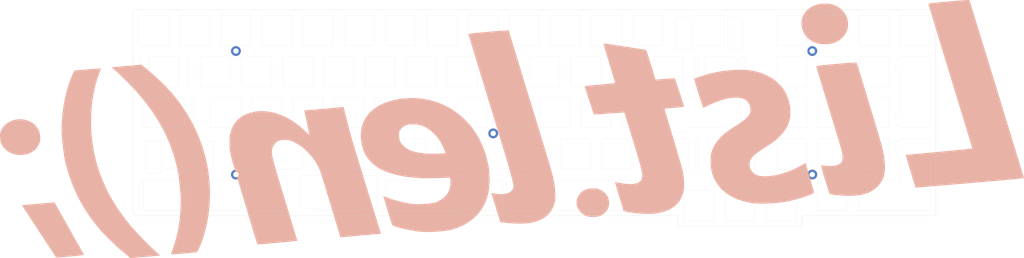
<source format=kicad_pcb>
(kicad_pcb (version 20211014) (generator pcbnew)
  (layers (0 "F.Cu" signal) (31 "B.Cu" signal) (34 "B.Paste" user) (35 "F.Paste" user) (36 "B.SilkS" user "B.Silkscreen") (37 "F.SilkS" user "F.Silkscreen") (38 "B.Mask" user) (39 "F.Mask" user) (44 "Edge.Cuts" user))
  (net 0 "")
  (footprint "random-keyboard-parts:M2 Mounting Hole" (layer "F.Cu") (at 63.383782 77.47004)
    (fp_text reference "H4" hide)
    (fp_text value "MountingHole")
    (pad "1" thru_hole circle locked (at 0 0) (size 4.5 4.5) (drill 2.5) (layers *.Cu *.Mask))
  )
  (footprint "random-keyboard-parts:M2 Mounting Hole" (layer "F.Cu") (at 63.383602 20.319968)
    (fp_text reference "H1" hide)
    (fp_text value "MountingHole")
    (pad "1" thru_hole circle locked (at 0 0) (size 4.5 4.5) (drill 2.5) (layers *.Cu *.Mask))
  )
  (footprint "random-keyboard-parts:M2 Mounting Hole" (layer "F.Cu") (at 330.08383 77.470024)
    (fp_text reference "H2" hide)
    (fp_text value "MountingHole")
    (pad "1" thru_hole circle locked (at 0 0) (size 4.5 4.5) (drill 2.5) (layers *.Cu *.Mask))
  )
  (footprint "random-keyboard-parts:M2 Mounting Hole" (layer "F.Cu") (at 330.08383 20.31996)
    (fp_text reference "H3" hide)
    (fp_text value "MountingHole")
    (pad "1" thru_hole circle locked (at 0 0) (size 4.5 4.5) (drill 2.5) (layers *.Cu *.Mask))
  )
  (footprint "Images:dotlen_14" (layer "F.Cu") (at 378.83375 58.294992)
    (fp_text reference "G1" hide)
    (fp_text value "dotlen" hide)
  )
  (footprint "random-keyboard-parts:M2 Mounting Hole" (layer "F.Cu") (at 182.44621 58.419992)
    (fp_text reference "H5" hide)
    (fp_text value "MountingHole")
    (pad "1" thru_hole circle locked (at 0 0) (size 4.5 4.5) (drill 2.5) (layers *.Cu *.Mask))
  )
  (footprint "Images:list-dotlen_90mm_high" (layer "B.Cu") (at 189.913226 56.03305 -175)
    (fp_text reference "G2" (at 0 0 5) (layer "B.SilkS") (effects (font (size 1.524 1.524) (thickness 0.3)) (justify mirror)))
    (fp_text value "string_dotlen" hide)
  )
  (gr_line (start 16.75875 96.52) (end 267.171502 96.52004) (layer "Edge.Cuts") (width 0.05))
  (gr_line (start 387.233538 95.519968) (end 387.233538 2.26996) (layer "Edge.Cuts") (width 0.05))
  (gr_line (start 386.233538 1.26996) (end 16.75875 1.269992) (layer "Edge.Cuts") (width 0.05))
  (gr_line (start 15.75875 2.269992) (end 15.75875 95.52) (layer "Edge.Cuts") (width 0.05))
  (gr_line (start 65.62125 80.494992) (end 65.62125 93.494992) (layer "Edge.Cuts") (width 0.05))
  (gr_line (start 155.60875 22.844992) (end 142.60875 22.844992) (layer "Edge.Cuts") (width 0.05))
  (gr_line (start 203.23375 3.794992) (end 190.23375 3.794992) (layer "Edge.Cuts") (width 0.05))
  (gr_arc (start 127.03375 3.794992) (mid 127.387303 3.941439) (end 127.53375 4.294992) (layer "Edge.Cuts") (width 0.05))
  (gr_arc (start 255.62125 41.894992) (mid 255.974803 42.041439) (end 256.12125 42.394992) (layer "Edge.Cuts") (width 0.05))
  (gr_line (start 246.09625 74.944992) (end 233.09625 74.944992) (layer "Edge.Cuts") (width 0.05))
  (gr_line (start 369.20875 62.031992) (end 370.70875 62.031992) (layer "Edge.Cuts") (width 0.05))
  (gr_line (start 37.83375 3.794992) (end 50.83375 3.794992) (layer "Edge.Cuts") (width 0.05))
  (gr_line (start 365.15875 74.944992) (end 352.15875 74.944992) (layer "Edge.Cuts") (width 0.05))
  (gr_line (start 332.60875 74.444992) (end 332.60875 61.444992) (layer "Edge.Cuts") (width 0.05))
  (gr_arc (start 203.73375 17.294992) (mid 203.587303 17.648545) (end 203.23375 17.794992) (layer "Edge.Cuts") (width 0.05))
  (gr_line (start 186.565 93.994992) (end 173.565 93.994992) (layer "Edge.Cuts") (width 0.05))
  (gr_arc (start 98.95875 36.344992) (mid 98.812303 36.698545) (end 98.45875 36.844992) (layer "Edge.Cuts") (width 0.05))
  (gr_arc (start 313.55875 61.444992) (mid 313.705197 61.091439) (end 314.05875 60.944992) (layer "Edge.Cuts") (width 0.05))
  (gr_arc (start 267.17125 96.519992) (mid 267.878357 96.812885) (end 268.17125 97.519992) (layer "Edge.Cuts") (width 0.05))
  (gr_line (start 127.82125 42.394992) (end 127.82125 55.394992) (layer "Edge.Cuts") (width 0.05))
  (gr_line (start 277.29 61.444992) (end 277.29 74.444992) (layer "Edge.Cuts") (width 0.05))
  (gr_line (start 365.15875 41.894992) (end 352.15875 41.894992) (layer "Edge.Cuts") (width 0.05))
  (gr_line (start 313.55875 61.444992) (end 313.55875 74.444992) (layer "Edge.Cuts") (width 0.05))
  (gr_arc (start 175.953 77.994992) (mid 176.306553 78.141439) (end 176.453 78.494992) (layer "Edge.Cuts") (width 0.05))
  (gr_line (start 351.65875 74.444992) (end 351.65875 61.444992) (layer "Edge.Cuts") (width 0.05))
  (gr_line (start 290.24625 84.757492) (end 303.24625 84.757492) (layer "Edge.Cuts") (width 0.05))
  (gr_line (start 165.127 77.994992) (end 175.953 77.994992) (layer "Edge.Cuts") (width 0.05))
  (gr_arc (start 327.55875 55.394992) (mid 327.412303 55.748545) (end 327.05875 55.894992) (layer "Edge.Cuts") (width 0.05))
  (gr_arc (start 371.20875 17.794992) (mid 370.855197 17.648545) (end 370.70875 17.294992) (layer "Edge.Cuts") (width 0.05))
  (gr_arc (start 40.54625 36.844992) (mid 40.192697 36.698545) (end 40.04625 36.344992) (layer "Edge.Cuts") (width 0.05))
  (gr_line (start 275.45875 4.294992) (end 275.45875 17.294992) (layer "Edge.Cuts") (width 0.05))
  (gr_arc (start 280.72125 36.844992) (mid 280.367697 36.698545) (end 280.22125 36.344992) (layer "Edge.Cuts") (width 0.05))
  (gr_line (start 108.48375 4.294992) (end 108.48375 17.294992) (layer "Edge.Cuts") (width 0.05))
  (gr_arc (start 51.62125 42.394992) (mid 51.767697 42.041439) (end 52.12125 41.894992) (layer "Edge.Cuts") (width 0.05))
  (gr_line (start 109.27125 41.894992) (end 122.27125 41.894992) (layer "Edge.Cuts") (width 0.05))
  (gr_arc (start 346.10875 79.994992) (mid 346.462303 80.141439) (end 346.60875 80.494992) (layer "Edge.Cuts") (width 0.05))
  (gr_line (start 218.80875 22.844992) (end 231.80875 22.844992) (layer "Edge.Cuts") (width 0.05))
  (gr_arc (start 325.32151 100.282488) (mid 325.028617 100.989595) (end 324.32151 101.282488) (layer "Edge.Cuts") (width 0.05))
  (gr_arc (start 351.65875 80.494992) (mid 351.805197 80.141439) (end 352.15875 79.994992) (layer "Edge.Cuts") (width 0.05))
  (gr_line (start 19.04625 22.844992) (end 19.54625 22.844992) (layer "Edge.Cuts") (width 0.05))
  (gr_line (start 227.54625 74.444992) (end 227.54625 61.444992) (layer "Edge.Cuts") (width 0.05))
  (gr_line (start 365.65875 55.394992) (end 365.65875 42.394992) (layer "Edge.Cuts") (width 0.05))
  (gr_arc (start 136.55875 22.844992) (mid 136.912303 22.991439) (end 137.05875 23.344992) (layer "Edge.Cuts") (width 0.05))
  (gr_line (start 246.88375 4.294992) (end 246.88375 17.294992) (layer "Edge.Cuts") (width 0.05))
  (gr_arc (start 203.73375 93.494992) (mid 203.587303 93.848545) (end 203.23375 93.994992) (layer "Edge.Cuts") (width 0.05))
  (gr_arc (start 267.52075 19.794992) (mid 267.167197 19.648545) (end 267.02075 19.294992) (layer "Edge.Cuts") (width 0.05))
  (gr_arc (start 267.02075 5.294992) (mid 267.167197 4.941439) (end 267.52075 4.794992) (layer "Edge.Cuts") (width 0.05))
  (gr_arc (start 370.70875 23.344992) (mid 370.855197 22.991439) (end 371.20875 22.844992) (layer "Edge.Cuts") (width 0.05))
  (gr_line (start 37.04625 23.344992) (end 37.04625 36.344992) (layer "Edge.Cuts") (width 0.05))
  (gr_arc (start 118.29625 61.444992) (mid 118.442697 61.091439) (end 118.79625 60.944992) (layer "Edge.Cuts") (width 0.05))
  (gr_line (start 84.95875 36.344992) (end 84.95875 23.344992) (layer "Edge.Cuts") (width 0.05))
  (gr_arc (start 168.015 93.494992) (mid 167.868553 93.848545) (end 167.515 93.994992) (layer "Edge.Cuts") (width 0.05))
  (gr_arc (start 18.54625 23.344992) (mid 18.692697 22.991439) (end 19.04625 22.844992) (layer "Edge.Cuts") (width 0.05))
  (gr_arc (start 297.89675 19.294992) (mid 297.750303 19.648545) (end 297.39675 19.794992) (layer "Edge.Cuts") (width 0.05))
  (gr_line (start 242.62125 41.894992) (end 255.62125 41.894992) (layer "Edge.Cuts") (width 0.05))
  (gr_arc (start 333.10875 55.894992) (mid 332.755197 55.748545) (end 332.60875 55.394992) (layer "Edge.Cuts") (width 0.05))
  (gr_line (start 107.98375 17.794992) (end 94.98375 17.794992) (layer "Edge.Cuts") (width 0.05))
  (gr_arc (start 37.04625 36.344992) (mid 36.899803 36.698545) (end 36.54625 36.844992) (layer "Edge.Cuts") (width 0.05))
  (gr_line (start 250.85875 22.844992) (end 237.85875 22.844992) (layer "Edge.Cuts") (width 0.05))
  (gr_line (start 370.70875 30.931992) (end 369.20875 30.931992) (layer "Edge.Cuts") (width 0.05))
  (gr_line (start 294.22125 30.931992) (end 294.22125 32.369992) (layer "Edge.Cuts") (width 0.05))
  (gr_line (start 189.73375 4.294992) (end 189.73375 17.294992) (layer "Edge.Cuts") (width 0.05))
  (gr_arc (start 28.252 61.944992) (mid 28.605553 62.091439) (end 28.752 62.444992) (layer "Edge.Cuts") (width 0.05))
  (gr_arc (start 199.25875 23.344992) (mid 199.405197 22.991439) (end 199.75875 22.844992) (layer "Edge.Cuts") (width 0.05))
  (gr_arc (start 309.29625 98.757492) (mid 308.942697 98.611045) (end 308.79625 98.257492) (layer "Edge.Cuts") (width 0.05))
  (gr_line (start 290.89675 19.294992) (end 290.89675 5.294992) (layer "Edge.Cuts") (width 0.05))
  (gr_line (start 333.10875 36.844992) (end 346.10875 36.844992) (layer "Edge.Cuts") (width 0.05))
  (gr_arc (start 132.58375 80.494992) (mid 132.730197 80.141439) (end 133.08375 79.994992) (layer "Edge.Cuts") (width 0.05))
  (gr_line (start 231.80875 36.844992) (end 218.80875 36.844992) (layer "Edge.Cuts") (width 0.05))
  (gr_line (start 160.37125 55.894992) (end 147.37125 55.894992) (layer "Edge.Cuts") (width 0.05))
  (gr_arc (start 333.10875 36.844992) (mid 332.755197 36.698545) (end 332.60875 36.344992) (layer "Edge.Cuts") (width 0.05))
  (gr_line (start 170.39625 61.444992) (end 170.39625 74.444992) (layer "Edge.Cuts") (width 0.05))
  (gr_line (start 170.68375 4.294992) (end 170.68375 17.294992) (layer "Edge.Cuts") (width 0.05))
  (gr_arc (start 237.85875 36.844992) (mid 237.505197 36.698545) (end 237.35875 36.344992) (layer "Edge.Cuts") (width 0.05))
  (gr_line (start 184.97125 42.394992) (end 184.97125 55.394992) (layer "Edge.Cuts") (width 0.05))
  (gr_line (start 113.24625 61.444992) (end 113.24625 74.444992) (layer "Edge.Cuts") (width 0.05))
  (gr_arc (start 47.35875 36.844992) (mid 47.005197 36.698545) (end 46.85875 36.344992) (layer "Edge.Cuts") (width 0.05))
  (gr_arc (start 327.55875 36.344992) (mid 327.412303 36.698545) (end 327.05875 36.844992) (layer "Edge.Cuts") (width 0.05))
  (gr_arc (start 213.54625 61.444992) (mid 213.692697 61.091439) (end 214.04625 60.944992) (layer "Edge.Cuts") (width 0.05))
  (gr_line (start 303.74625 85.257492) (end 303.74625 98.257492) (layer "Edge.Cuts") (width 0.05))
  (gr_line (start 288.5155 57.394992) (end 288.5155 54.807992) (layer "Edge.Cuts") (width 0.05))
  (gr_arc (start 295.1025 23.931992) (mid 295.456053 24.078439) (end 295.6025 24.431992) (layer "Edge.Cuts") (width 0.05))
  (gr_line (start 137.05875 23.344992) (end 137.05875 36.344992) (layer "Edge.Cuts") (width 0.05))
  (gr_arc (start 137.34625 61.444992) (mid 137.492697 61.091439) (end 137.84625 60.944992) (layer "Edge.Cuts") (width 0.05))
  (gr_line (start 75.93375 3.794992) (end 88.93375 3.794992) (layer "Edge.Cuts") (width 0.05))
  (gr_line (start 42.42725 55.394991) (end 42.42725 42.394993) (layer "Edge.Cuts") (width 0.05))
  (gr_arc (start 384.70875 93.494992) (mid 384.562303 93.848545) (end 384.20875 93.994992) (layer "Edge.Cuts") (width 0.05))
  (gr_arc (start 322.29625 84.757492) (mid 322.649803 84.903939) (end 322.79625 85.257492) (layer "Edge.Cuts") (width 0.05))
  (gr_arc (start 173.565 93.994992) (mid 173.211447 93.848545) (end 173.065 93.494992) (layer "Edge.Cuts") (width 0.05))
  (gr_line (start 326.32151 96.52) (end 386.233538 96.519968) (layer "Edge.Cuts") (width 0.05))
  (gr_line (start 75.14625 61.444992) (end 75.14625 74.444992) (layer "Edge.Cuts") (width 0.05))
  (gr_line (start 332.60875 23.344992) (end 332.60875 36.344992) (layer "Edge.Cuts") (width 0.05))
  (gr_arc (start 184.68375 17.294992) (mid 184.537303 17.648545) (end 184.18375 17.794992) (layer "Edge.Cuts") (width 0.05))
  (gr_line (start 36.54625 36.844992) (end 23.54625 36.844992) (layer "Edge.Cuts") (width 0.05))
  (gr_arc (start 272.29 60.944992) (mid 272.643553 61.091439) (end 272.79 61.444992) (layer "Edge.Cuts") (width 0.05))
  (gr_line (start 122.77125 42.394992) (end 122.77125 55.394992) (layer "Edge.Cuts") (width 0.05))
  (gr_line (start 165.92125 55.394992) (end 165.92125 42.394992) (layer "Edge.Cuts") (width 0.05))
  (gr_arc (start 179.92125 55.394992) (mid 179.774803 55.748545) (end 179.42125 55.894992) (layer "Edge.Cuts") (width 0.05))
  (gr_line (start 165.63375 4.294992) (end 165.63375 17.294992) (layer "Edge.Cuts") (width 0.05))
  (gr_line (start 70.67125 55.394992) (end 70.67125 42.394992) (layer "Edge.Cuts") (width 0.05))
  (gr_arc (start 313.55875 42.394992) (mid 313.705197 42.041439) (end 314.05875 41.894992) (layer "Edge.Cuts") (width 0.05))
  (gr_line (start 30.69 60.944992) (end 43.69 60.944992) (layer "Edge.Cuts") (width 0.05))
  (gr_arc (start 214.04625 74.944992) (mid 213.692697 74.798545) (end 213.54625 74.444992) (layer "Edge.Cuts") (width 0.05))
  (gr_line (start 298.72125 36.344992) (end 298.72125 23.344992) (layer "Edge.Cuts") (width 0.05))
  (gr_line (start 132.58375 17.294992) (end 132.58375 4.294992) (layer "Edge.Cuts") (width 0.05))
  (gr_arc (start 190.23375 17.794992) (mid 189.880197 17.648545) (end 189.73375 17.294992) (layer "Edge.Cuts") (width 0.05))
  (gr_arc (start 365.65875 74.444992) (mid 365.512303 74.798545) (end 365.15875 74.944992) (layer "Edge.Cuts") (width 0.05))
  (gr_line (start 298.22125 22.844992) (end 297.72125 22.844992) (layer "Edge.Cuts") (width 0.05))
  (gr_line (start 84.17125 55.894992) (end 71.17125 55.894992) (layer "Edge.Cuts") (width 0.05))
  (gr_line (start 276.72125 22.844992) (end 276.22125 22.844992) (layer "Edge.Cuts") (width 0.05))
  (gr_arc (start 44.4775 80.494992) (mid 44.623947 80.141439) (end 44.9775 79.994992) (layer "Edge.Cuts") (width 0.05))
  (gr_line (start 21.165 93.994992) (end 36.54625 93.994992) (layer "Edge.Cuts") (width 0.05))
  (gr_line (start 241.83375 4.294992) (end 241.83375 17.294992) (layer "Edge.Cuts") (width 0.05))
  (gr_line (start 43.392348 55.894876) (end 42.892354 55.894876) (layer "Edge.Cuts") (width 0.05))
  (gr_line (start 86.5525 93.994992) (end 68.79 93.994992) (layer "Edge.Cuts") (width 0.05))
  (gr_line (start 333.10875 93.994992) (end 346.10875 93.994992) (layer "Edge.Cuts") (width 0.05))
  (gr_arc (start 333.10875 74.944992) (mid 332.755197 74.798545) (end 332.60875 74.444992) (layer "Edge.Cuts") (width 0.05))
  (gr_arc (start 365.65875 17.294992) (mid 365.512303 17.648545) (end 365.15875 17.794992) (layer "Edge.Cuts") (width 0.05))
  (gr_line (start 194.99625 60.944992) (end 207.99625 60.944992) (layer "Edge.Cuts") (width 0.05))
  (gr_line (start 325.32125 100.282492) (end 325.32125 97.519992) (layer "Edge.Cuts") (width 0.05))
  (gr_arc (start 188.504887 78.451595) (mid 188.665138 78.126414) (end 189.003 77.994992) (layer "Edge.Cuts") (width 0.05))
  (gr_line (start 260.38375 3.794992) (end 247.38375 3.794992) (layer "Edge.Cuts") (width 0.05))
  (gr_line (start 203.73375 17.294992) (end 203.73375 4.294992) (layer "Edge.Cuts") (width 0.05))
  (gr_arc (start 346.60875 74.444992) (mid 346.462303 74.798545) (end 346.10875 74.944992) (layer "Edge.Cuts") (width 0.05))
  (gr_line (start 114.03375 3.794992) (end 127.03375 3.794992) (layer "Edge.Cuts") (width 0.05))
  (gr_arc (start 43.69 60.944992) (mid 44.043553 61.091439) (end 44.19 61.444992) (layer "Edge.Cuts") (width 0.05))
  (gr_line (start 286.5775 55.894992) (end 271.6395 55.894992) (layer "Edge.Cuts") (width 0.05))
  (gr_line (start 93.69625 60.944992) (end 80.69625 60.944992) (layer "Edge.Cuts") (width 0.05))
  (gr_arc (start 290.89675 5.294992) (mid 291.043197 4.941439) (end 291.39675 4.794992) (layer "Edge.Cuts") (width 0.05))
  (gr_arc (start 332.60875 80.494992) (mid 332.755197 80.141439) (end 333.10875 79.994992) (layer "Edge.Cuts") (width 0.05))
  (gr_arc (start 142.60875 36.844992) (mid 142.255197 36.698545) (end 142.10875 36.344992) (layer "Edge.Cuts") (width 0.05))
  (gr_line (start 79.40875 36.844992) (end 66.40875 36.844992) (layer "Edge.Cuts") (width 0.05))
  (gr_line (start 369.20875 23.931992) (end 370.70875 23.931992) (layer "Edge.Cuts") (width 0.05))
  (gr_arc (start 275.79 61.444992) (mid 275.936447 61.091439) (end 276.29 60.944992) (layer "Edge.Cuts") (width 0.05))
  (gr_arc (start 79.40875 22.844992) (mid 79.762303 22.991439) (end 79.90875 23.344992) (layer "Edge.Cuts") (width 0.05))
  (gr_line (start 198.47125 41.894992) (end 185.47125 41.894992) (layer "Edge.Cuts") (width 0.05))
  (gr_arc (start 325.32125 100.282492) (mid 325.028357 100.989599) (end 324.32125 101.282492) (layer "Edge.Cuts") (width 0.05))
  (gr_arc (start 273.52075 4.794992) (mid 273.874303 4.941439) (end 274.02075 5.294992) (layer "Edge.Cuts") (width 0.05))
  (gr_arc (start 237.35875 23.344992) (mid 237.505197 22.991439) (end 237.85875 22.844992) (layer "Edge.Cuts") (width 0.05))
  (gr_line (start 325.32151 100.282488) (end 325.32151 97.52) (layer "Edge.Cuts") (width 0.05))
  (gr_line (start 137.34625 61.444992) (end 137.34625 74.444992) (layer "Edge.Cuts") (width 0.05))
  (gr_arc (start 332.60875 42.394992) (mid 332.755197 42.041439) (end 333.10875 41.894992) (layer "Edge.Cuts") (width 0.05))
  (gr_line (start 274.02075 5.294992) (end 274.02075 19.294992) (layer "Edge.Cuts") (width 0.05))
  (gr_arc (start 269.171502 101.282544) (mid 268.464395 100.989651) (end 268.171502 100.282544) (layer "Edge.Cuts") (width 0.05))
  (gr_line (start 161.65875 22.844992) (end 174.65875 22.844992) (layer "Edge.Cuts") (width 0.05))
  (gr_arc (start 113.53375 4.294992) (mid 113.680197 3.941439) (end 114.03375 3.794992) (layer "Edge.Cuts") (width 0.05))
  (gr_arc (start 18.78375 17.794992) (mid 18.430197 17.648545) (end 18.28375 17.294992) (layer "Edge.Cuts") (width 0.05))
  (gr_line (start 346.10875 17.794992) (end 333.10875 17.794992) (layer "Edge.Cuts") (width 0.05))
  (gr_line (start 180.70875 22.844992) (end 193.70875 22.844992) (layer "Edge.Cuts") (width 0.05))
  (gr_arc (start 194.20875 36.344992) (mid 194.062303 36.698545) (end 193.70875 36.844992) (layer "Edge.Cuts") (width 0.05))
  (gr_arc (start 20.665 80.494992) (mid 20.811447 80.141439) (end 21.165 79.994992) (layer "Edge.Cuts") (width 0.05))
  (gr_arc (start 256.40875 23.344992) (mid 256.555197 22.991439) (end 256.90875 22.844992) (layer "Edge.Cuts") (width 0.05))
  (gr_line (start 28.252 76.944992) (end 22.252 76.944992) (layer "Edge.Cuts") (width 0.05))
  (gr_arc (start 41.54625 93.494992) (mid 41.399803 93.848545) (end 41.04625 93.994992) (layer "Edge.Cuts") (width 0.05))
  (gr_line (start 85.93375 78.494992) (end 85.93375 79.994992) (layer "Edge.Cuts") (width 0.05))
  (gr_line (start 36.54625 79.994992) (end 21.165 79.994992) (layer "Edge.Cuts") (width 0.05))
  (gr_arc (start 118.00875 36.344992) (mid 117.862303 36.698545) (end 117.50875 36.844992) (layer "Edge.Cuts") (width 0.05))
  (gr_line (start 327.05875 60.944992) (end 314.05875 60.944992) (layer "Edge.Cuts") (width 0.05))
  (gr_line (start 204.02125 55.394992) (end 204.02125 42.394992) (layer "Edge.Cuts") (width 0.05))
  (gr_line (start 371.20875 60.944992) (end 384.20875 60.944992) (layer "Edge.Cuts") (width 0.05))
  (gr_arc (start 290.24625 98.757492) (mid 289.892697 98.611045) (end 289.74625 98.257492) (layer "Edge.Cuts") (width 0.05))
  (gr_arc (start 107.98375 3.794992) (mid 108.337303 3.941439) (end 108.48375 4.294992) (layer "Edge.Cuts") (width 0.05))
  (gr_line (start 384.70875 23.344992) (end 384.70875 55.394992) (layer "Edge.Cuts") (width 0.05))
  (gr_line (start 370.70875 69.031992) (end 369.20875 69.031992) (layer "Edge.Cuts") (width 0.05))
  (gr_line (start 21.752 76.444992) (end 21.752 62.444992) (layer "Edge.Cuts") (width 0.05))
  (gr_arc (start 346.10875 3.794992) (mid 346.462303 3.941439) (end 346.60875 4.294992) (layer "Edge.Cuts") (width 0.05))
  (gr_arc (start 84.95875 23.344992) (mid 85.105197 22.991439) (end 85.45875 22.844992) (layer "Edge.Cuts") (width 0.05))
  (gr_line (start 40.04625 36.344992) (end 40.04625 23.344992) (layer "Edge.Cuts") (width 0.05))
  (gr_line (start 152.577 78.494992) (end 152.577 79.994992) (layer "Edge.Cuts") (width 0.05))
  (gr_arc (start 23.54625 36.844992) (mid 23.192697 36.698545) (end 23.04625 36.344992) (layer "Edge.Cuts") (width 0.05))
  (gr_line (start 368.70875 54.307992) (end 368.70875 48.307992) (layer "Edge.Cuts") (width 0.05))
  (gr_line (start 85.93375 79.994992) (end 86.5525 79.994992) (layer "Edge.Cuts") (width 0.05))
  (gr_line (start 384.70875 61.444992) (end 384.70875 93.494992) (layer "Edge.Cuts") (width 0.05))
  (gr_arc (start 79.90875 36.344992) (mid 79.762303 36.698545) (end 79.40875 36.844992) (layer "Edge.Cuts") (width 0.05))
  (gr_arc (start 45.628 62.444992) (mid 45.774447 62.091439) (end 46.128 61.944992) (layer "Edge.Cuts") (width 0.05))
  (gr_line (start 28.752 62.444992) (end 28.752 76.444992) (layer "Edge.Cuts") (width 0.05))
  (gr_line (start 87.0525 80.494992) (end 87.0525 93.494992) (layer "Edge.Cuts") (width 0.05))
  (gr_arc (start 208.49625 74.444992) (mid 208.349803 74.798545) (end 207.99625 74.944992) (layer "Edge.Cuts") (width 0.05))
  (gr_arc (start 44.19 74.444992) (mid 44.043553 74.798545) (end 43.69 74.944992) (layer "Edge.Cuts") (width 0.05))
  (gr_line (start 297.22125 23.344992) (end 297.22125 36.344992) (layer "Edge.Cuts") (width 0.05))
  (gr_line (start 190.23375 17.794992) (end 203.23375 17.794992) (layer "Edge.Cuts") (width 0.05))
  (gr_line (start 222.28375 79.994992) (end 260.38375 79.994992) (layer "Edge.Cuts") (width 0.05))
  (gr_arc (start 280.22125 23.344992) (mid 280.367697 22.991439) (end 280.72125 22.844992) (layer "Edge.Cuts") (width 0.05))
  (gr_arc (start 32.28375 17.294992) (mid 32.137303 17.648545) (end 31.78375 17.794992) (layer "Edge.Cuts") (width 0.05))
  (gr_arc (start 142.10875 23.344992) (mid 142.255197 22.991439) (end 142.60875 22.844992) (layer "Edge.Cuts") (width 0.05))
  (gr_arc (start 223.07125 42.394992) (mid 223.217697 42.041439) (end 223.57125 41.894992) (layer "Edge.Cuts") (width 0.05))
  (gr_arc (start 295.5155 48.026157) (mid 295.580255 48.160513) (end 295.6025 48.307992) (layer "Edge.Cuts") (width 0.05))
  (gr_line (start 112.74625 74.944992) (end 99.74625 74.944992) (layer "Edge.Cuts") (width 0.05))
  (gr_arc (start 103.22125 41.894992) (mid 103.574803 42.041439) (end 103.72125 42.394992) (layer "Edge.Cuts") (width 0.05))
  (gr_arc (start 174.65875 22.844992) (mid 175.012303 22.991439) (end 175.15875 23.344992) (layer "Edge.Cuts") (width 0.05))
  (gr_arc (start 179.42125 41.894992) (mid 179.774803 42.041439) (end 179.92125 42.394992) (layer "Edge.Cuts") (width 0.05))
  (gr_arc (start 41.04625 79.994992) (mid 41.399803 80.141439) (end 41.54625 80.494992) (layer "Edge.Cuts") (width 0.05))
  (gr_arc (start 94.19625 74.444992) (mid 94.049803 74.798545) (end 93.69625 74.944992) (layer "Edge.Cuts") (width 0.05))
  (gr_line (start 151.34625 74.444992) (end 151.34625 61.444992) (layer "Edge.Cuts") (width 0.05))
  (gr_arc (start 296.6025 45.869992) (mid 296.456053 46.223545) (end 296.1025 46.369992) (layer "Edge.Cuts") (width 0.05))
  (gr_arc (start 120.39 93.494992) (mid 120.243553 93.848545) (end 119.89 93.994992) (layer "Edge.Cuts") (width 0.05))
  (gr_line (start 290.24625 79.707492) (end 303.24625 79.707492) (layer "Edge.Cuts") (width 0.05))
  (gr_arc (start 50.83375 3.794992) (mid 51.187303 3.941439) (end 51.33375 4.294992) (layer "Edge.Cuts") (width 0.05))
  (gr_arc (start 346.10875 60.944992) (mid 346.462303 61.091439) (end 346.60875 61.444992) (layer "Edge.Cuts") (width 0.05))
  (gr_line (start 332.60875 17.294992) (end 332.60875 4.294992) (layer "Edge.Cuts") (width 0.05))
  (gr_arc (start 194.49625 61.444992) (mid 194.642697 61.091439) (end 194.99625 60.944992) (layer "Edge.Cuts") (width 0.05))
  (gr_arc (start 387.233538 95.519968) (mid 386.940645 96.227075) (end 386.233538 96.519968) (layer "Edge.Cuts") (width 0.05))
  (gr_line (start 296.1025 46.369992) (end 295.5155 46.369992) (layer "Edge.Cuts") (width 0.05))
  (gr_arc (start 108.48375 17.294992) (mid 108.337303 17.648545) (end 107.98375 17.794992) (layer "Edge.Cuts") (width 0.05))
  (gr_line (start 276.29 60.944992) (end 276.79 60.944992) (layer "Edge.Cuts") (width 0.05))
  (gr_line (start 255.62125 55.894992) (end 242.62125 55.894992) (layer "Edge.Cuts") (width 0.05))
  (gr_line (start 20.04625 23.344992) (end 20.04625 36.344992) (layer "Edge.Cuts") (width 0.05))
  (gr_line (start 41.04625 93.994992) (end 40.54625 93.994992) (layer "Edge.Cuts") (width 0.05))
  (gr_arc (start 65.62125 93.494992) (mid 65.474803 93.848545) (end 65.12125 93.994992) (layer "Edge.Cuts") (width 0.05))
  (gr_arc (start 15.75875 2.269992) (mid 16.051643 1.562885) (end 16.75875 1.269992) (layer "Edge.Cuts") (width 0.05))
  (gr_arc (start 69.88375 3.794992) (mid 70.237303 3.941439) (end 70.38375 4.294992) (layer "Edge.Cuts") (width 0.05))
  (gr_arc (start 71.17125 55.894992) (mid 70.817697 55.748545) (end 70.67125 55.394992) (layer "Edge.Cuts") (width 0.05))
  (gr_arc (start 117.50875 22.844992) (mid 117.862303 22.991439) (end 118.00875 23.344992) (layer "Edge.Cuts") (width 0.05))
  (gr_line (start 198.97125 55.394992) (end 198.97125 42.394992) (layer "Edge.Cuts") (width 0.05))
  (gr_line (start 264.6395 55.894992) (end 261.67125 55.894992) (layer "Edge.Cuts") (width 0.05))
  (gr_line (start 269.17125 101.282492) (end 324.32125 101.282492) (layer "Edge.Cuts") (width 0.05))
  (gr_line (start 365.65875 17.294992) (end 365.65875 4.294992) (layer "Edge.Cuts") (width 0.05))
  (gr_arc (start 346.60875 93.494992) (mid 346.462303 93.848545) (end 346.10875 93.994992) (layer "Edge.Cuts") (width 0.05))
  (gr_line (start 117.5655 77.994992) (end 128.320095 77.994992) (layer "Edge.Cuts") (width 0.05))
  (gr_line (start 98.95875 23.344992) (end 98.95875 36.344992) (layer "Edge.Cuts") (width 0.05))
  (gr_line (start 141.32125 41.894992) (end 128.32125 41.894992) (layer "Edge.Cuts") (width 0.05))
  (gr_line (start 280.22125 36.344992) (end 280.22125 23.344992) (layer "Edge.Cuts") (width 0.05))
  (gr_line (start 314.05875 55.894992) (end 327.05875 55.894992) (layer "Edge.Cuts") (width 0.05))
  (gr_line (start 51.62125 55.394992) (end 51.62125 42.394992) (layer "Edge.Cuts") (width 0.05))
  (gr_line (start 43.69 74.944992) (end 30.69 74.944992) (layer "Edge.Cuts") (width 0.05))
  (gr_line (start 295.5155 54.589827) (end 295.5155 57.394992) (layer "Edge.Cuts") (width 0.05))
  (gr_arc (start 207.99625 60.944992) (mid 208.349803 61.091439) (end 208.49625 61.444992) (layer "Edge.Cuts") (width 0.05))
  (gr_arc (start 104.00875 23.344992) (mid 104.155197 22.991439) (end 104.50875 22.844992) (layer "Edge.Cuts") (width 0.05))
  (gr_line (start 353.24575 77.994992) (end 359.24575 77.994992) (layer "Edge.Cuts") (width 0.05))
  (gr_arc (start 255.79 74.444992) (mid 255.643553 74.798545) (end 255.29 74.944992) (layer "Edge.Cuts") (width 0.05))
  (gr_arc (start 165.92125 42.394992) (mid 166.067697 42.041439) (end 166.42125 41.894992) (layer "Edge.Cuts") (width 0.05))
  (gr_arc (start 37.33375 4.294992) (mid 37.480197 3.941439) (end 37.83375 3.794992) (layer "Edge.Cuts") (width 0.05))
  (gr_line (start 50.83375 17.794992) (end 37.83375 17.794992) (layer "Edge.Cuts") (width 0.05))
  (gr_arc (start 19.04625 93.994992) (mid 18.692697 93.848545) (end 18.54625 93.494992) (layer "Edge.Cuts") (width 0.05))
  (gr_line (start 258.79 61.444992) (end 258.79 74.444992) (layer "Edge.Cuts") (width 0.05))
  (gr_arc (start 94.98375 17.794992) (mid 94.630197 17.648545) (end 94.48375 17.294992) (layer "Edge.Cuts") (width 0.05))
  (gr_arc (start 289.0155 57.894992) (mid 288.661947 57.748545) (end 288.5155 57.394992) (layer "Edge.Cuts") (width 0.05))
  (gr_line (start 119.89 93.994992) (end 102.1275 93.994992) (layer "Edge.Cuts") (width 0.05))
  (gr_line (start 313.55875 42.394992) (end 313.55875 55.394992) (layer "Edge.Cuts") (width 0.05))
  (gr_line (start 40.54625 79.994992) (end 41.04625 79.994992) (layer "Edge.Cuts") (width 0.05))
  (gr_arc (start 327.05875 41.894992) (mid 327.412303 42.041439) (end 327.55875 42.394992) (layer "Edge.Cuts") (width 0.05))
  (gr_line (start 104.50875 22.844992) (end 117.50875 22.844992) (layer "Edge.Cuts") (width 0.05))
  (gr_line (start 370.70875 54.807992) (end 369.20875 54.807992) (layer "Edge.Cuts") (width 0.05))
  (gr_arc (start 298.72125 36.344992) (mid 298.574803 36.698545) (end 298.22125 36.844992) (layer "Edge.Cuts") (width 0.05))
  (gr_arc (start 204.02125 42.394992) (mid 204.167697 42.041439) (end 204.52125 41.894992) (layer "Edge.Cuts") (width 0.05))
  (gr_line (start 142.60875 36.844992) (end 155.60875 36.844992) (layer "Edge.Cuts") (width 0.05))
  (gr_line (start 123.55875 22.844992) (end 136.55875 22.844992) (layer "Edge.Cuts") (width 0.05))
  (gr_line (start 94.19625 74.444992) (end 94.19625 61.444992) (layer "Edge.Cuts") (width 0.05))
  (gr_line (start 94.48375 17.294992) (end 94.48375 4.294992) (layer "Edge.Cuts") (width 0.05))
  (gr_arc (start 193.70875 22.844992) (mid 194.062303 22.991439) (end 194.20875 23.344992) (layer "Edge.Cuts") (width 0.05))
  (gr_arc (start 170.68375 4.294992) (mid 170.830197 3.941439) (end 171.18375 3.794992) (layer "Edge.Cuts") (width 0.05))
  (gr_arc (start 170.39625 74.444992) (mid 170.249803 74.798545) (end 169.89625 74.944992) (layer "Edge.Cuts") (width 0.05))
  (gr_line (start 208.49625 61.444992) (end 208.49625 74.444992) (layer "Edge.Cuts") (width 0.05))
  (gr_arc (start 365.15875 60.944992) (mid 365.512303 61.091439) (end 365.65875 61.444992) (layer "Edge.Cuts") (width 0.05))
  (gr_line (start 128.32125 55.894992) (end 141.32125 55.894992) (layer "Edge.Cuts") (width 0.05))
  (gr_line (start 209.28375 79.994992) (end 222.28375 79.994992) (layer "Edge.Cuts") (width 0.05))
  (gr_line (start 176.453 79.994992) (end 186.565 79.994992) (layer "Edge.Cuts") (width 0.05))
  (gr_line (start 69.88375 17.794992) (end 56.88375 17.794992) (layer "Edge.Cuts") (width 0.05))
  (gr_arc (start 276.22125 36.844992) (mid 275.867697 36.698545) (end 275.72125 36.344992) (layer "Edge.Cuts") (width 0.05))
  (gr_arc (start 52.128 61.944992) (mid 52.481553 62.091439) (end 52.628 62.444992) (layer "Edge.Cuts") (width 0.05))
  (gr_arc (start 20.04625 36.344992) (mid 19.899803 36.698545) (end 19.54625 36.844992) (layer "Edge.Cuts") (width 0.05))
  (gr_arc (start 133.08375 17.794992) (mid 132.730197 17.648545) (end 132.58375 17.294992) (layer "Edge.Cuts") (width 0.05))
  (gr_arc (start 23.04625 23.344992) (mid 23.192697 22.991439) (end 23.54625 22.844992) (layer "Edge.Cuts") (width 0.05))
  (gr_line (start 295.6025 48.307992) (end 295.6025 54.307992) (layer "Edge.Cuts") (width 0.05))
  (gr_arc (start 141.82125 55.394992) (mid 141.674803 55.748545) (end 141.32125 55.894992) (layer "Edge.Cuts") (width 0.05))
  (gr_line (start 103.72125 42.394992) (end 103.72125 55.394992) (layer "Edge.Cuts") (width 0.05))
  (gr_arc (start 99.24625 61.444992) (mid 99.392697 61.091439) (end 99.74625 60.944992) (layer "Edge.Cuts") (width 0.05))
  (gr_arc (start 42.42725 42.394993) (mid 42.557302 42.049685) (end 42.892349 41.895108) (layer "Edge.Cuts") (width 0.05))
  (gr_arc (start 122.27125 41.894992) (mid 122.624803 42.041439) (end 122.77125 42.394992) (layer "Edge.Cuts") (width 0.05))
  (gr_line (start 175.15875 23.344992) (end 175.15875 36.344992) (layer "Edge.Cuts") (width 0.05))
  (gr_line (start 294.22125 32.369992) (end 296.1025 32.369992) (layer "Edge.Cuts") (width 0.05))
  (gr_line (start 167.515 93.994992) (end 133.08375 93.994992) (layer "Edge.Cuts") (width 0.05))
  (gr_arc (start 146.58375 17.294992) (mid 146.437303 17.648545) (end 146.08375 17.794992) (layer "Edge.Cuts") (width 0.05))
  (gr_line (start 93.6895 77.994992) (end 104.452 77.994992) (layer "Edge.Cuts") (width 0.05))
  (gr_arc (start 52.628 76.444992) (mid 52.481553 76.798545) (end 52.128 76.944992) (layer "Edge.Cuts") (width 0.05))
  (gr_line (start 60.35875 22.844992) (end 47.35875 22.844992) (layer "Edge.Cuts") (width 0.05))
  (gr_line (start 44.4775 93.494992) (end 44.4775 80.494992) (layer "Edge.Cuts") (width 0.05))
  (gr_line (start 193.70875 36.844992) (end 180.70875 36.844992) (layer "Edge.Cuts") (width 0.05))
  (gr_line (start 89.72125 55.394992) (end 89.72125 42.394992) (layer "Edge.Cuts") (width 0.05))
  (gr_line (start 303.74625 79.207492) (end 303.74625 66.207492) (layer "Edge.Cuts") (width 0.05))
  (gr_line (start 122.27125 55.894992) (end 109.27125 55.894992) (layer "Edge.Cuts") (width 0.05))
  (gr_arc (start 218.80875 36.844992) (mid 218.455197 36.698545) (end 218.30875 36.344992) (layer "Edge.Cuts") (width 0.05))
  (gr_line (start 40.04625 93.494992) (end 40.04625 80.494992) (layer "Edge.Cuts") (width 0.05))
  (gr_arc (start 98.45875 22.844992) (mid 98.812303 22.991439) (end 98.95875 23.344992) (layer "Edge.Cuts") (width 0.05))
  (gr_arc (start 365.65875 55.394992) (mid 365.512303 55.748545) (end 365.15875 55.894992) (layer "Edge.Cuts") (width 0.05))
  (gr_arc (start 313.55875 4.294992) (mid 313.705197 3.941439) (end 314.05875 3.794992) (layer "Edge.Cuts") (width 0.05))
  (gr_line (start 271.19625 84.757492) (end 284.19625 84.757492) (layer "Edge.Cuts") (width 0.05))
  (gr_arc (start 175.15875 36.344992) (mid 175.012303 36.698545) (end 174.65875 36.844992) (layer "Edge.Cuts") (width 0.05))
  (gr_line (start 346.60875 36.344992) (end 346.60875 23.344992) (layer "Edge.Cuts") (width 0.05))
  (gr_line (start 84.67125 42.394992) (end 84.67125 55.394992) (layer "Edge.Cuts") (width 0.05))
  (gr_arc (start 261.17125 42.394992) (mid 261.317697 42.041439) (end 261.67125 41.894992) (layer "Edge.Cuts") (width 0.05))
  (gr_line (start 217.52125 55.894992) (end 204.52125 55.894992) (layer "Edge.Cuts") (width 0.05))
  (gr_arc (start 180.70875 36.844992) (mid 180.355197 36.698545) (end 180.20875 36.344992) (layer "Edge.Cuts") (width 0.05))
  (gr_line (start 227.04625 60.944992) (end 214.04625 60.944992) (layer "Edge.Cuts") (width 0.05))
  (gr_arc (start 260.88375 93.494992) (mid 260.737303 93.848545) (end 260.38375 93.994992) (layer "Edge.Cuts") (width 0.05))
  (gr_line (start 352.15875 55.894992) (end 365.15875 55.894992) (layer "Edge.Cuts") (width 0.05))
  (gr_arc (start 246.09625 60.944992) (mid 246.449803 61.091439) (end 246.59625 61.444992) (layer "Edge.Cuts") (width 0.05))
  (gr_arc (start 351.65875 4.294992) (mid 351.805197 3.941439) (end 352.15875 3.794992) (layer "Edge.Cuts") (width 0.05))
  (gr_arc (start 368.70875 48.307992) (mid 368.855197 47.954439) (end 369.20875 47.807992) (layer "Edge.Cuts") (width 0.05))
  (gr_line (start 282.6025 36.844992) (end 280.72125 36.844992) (layer "Edge.Cuts") (width 0.05))
  (gr_arc (start 16.75875 96.519992) (mid 16.051643 96.227099) (end 15.75875 95.519992) (layer "Edge.Cuts") (width 0.05))
  (gr_line (start 101.6275 92.994992) (end 93.6895 92.994992) (layer "Edge.Cuts") (width 0.05))
  (gr_line (start 46.85875 23.344992) (end 46.85875 36.344992) (layer "Edge.Cuts") (width 0.05))
  (gr_arc (start 289.74625 85.257492) (mid 289.892697 84.903939) (end 290.24625 84.757492) (layer "Edge.Cuts") (width 0.05))
  (gr_arc (start 371.20875 55.894992) (mid 370.855197 55.748545) (end 370.70875 55.394992) (layer "Edge.Cuts") (width 0.05))
  (gr_line (start 52.12125 41.894992) (end 65.12125 41.894992) (layer "Edge.Cuts") (width 0.05))
  (gr_arc (start 189.003 92.994992) (mid 188.634423 92.832854) (end 188.504887 92.451595) (layer "Edge.Cuts") (width 0.05))
  (gr_line (start 370.70875 79.994992) (end 370.70875 69.031992) (layer "Edge.Cuts") (width 0.05))
  (gr_arc (start 190.23375 93.994992) (mid 189.880197 93.848545) (end 189.73375 93.494992) (layer "Edge.Cuts") (width 0.05))
  (gr_line (start 179.42125 55.894992) (end 166.42125 55.894992) (layer "Edge.Cuts") (width 0.05))
  (gr_line (start 133.08375 3.794992) (end 146.08375 3.794992) (layer "Edge.Cuts") (width 0.05))
  (gr_line (start 65.90875 36.344992) (end 65.90875 23.344992) (layer "Edge.Cuts") (width 0.05))
  (gr_line (start 132.58375 93.494992) (end 132.58375 80.494992) (layer "Edge.Cuts") (width 0.05))
  (gr_arc (start 333.10875 93.994992) (mid 332.755197 93.848545) (end 332.60875 93.494992) (layer "Edge.Cuts") (width 0.05))
  (gr_arc (start 386.23375 1.269992) (mid 386.940857 1.562885) (end 387.23375 2.269992) (layer "Edge.Cuts") (width 0.05))
  (gr_line (start 79.90875 23.344992) (end 79.90875 36.344992) (layer "Edge.Cuts") (width 0.05))
  (gr_arc (start 37.83375 17.794992) (mid 37.480197 17.648545) (end 37.33375 17.294992) (layer "Edge.Cuts") (width 0.05))
  (gr_arc (start 384.20875 3.794992) (mid 384.562303 3.941439) (end 384.70875 4.294992) (layer "Edge.Cuts") (width 0.05))
  (gr_line (start 204.52125 41.894992) (end 217.52125 41.894992) (layer "Edge.Cuts") (width 0.05))
  (gr_line (start 194.49625 74.444992) (end 194.49625 61.444992) (layer "Edge.Cuts") (width 0.05))
  (gr_arc (start 65.12125 41.894992) (mid 65.474803 42.041439) (end 65.62125 42.394992) (layer "Edge.Cuts") (width 0.05))
  (gr_line (start 327.05875 3.794992) (end 314.05875 3.794992) (layer "Edge.Cuts") (width 0.05))
  (gr_arc (start 256.90875 36.844992) (mid 256.555197 36.698545) (end 256.40875 36.344992) (layer "Edge.Cuts") (width 0.05))
  (gr_arc (start 93.1895 78.494992) (mid 93.335947 78.141439) (end 93.6895 77.994992) (layer "Edge.Cuts") (width 0.05))
  (gr_line (start 123.05875 36.344992) (end 123.05875 23.344992) (layer "Edge.Cuts") (width 0.05))
  (gr_line (start 141.82125 55.394992) (end 141.82125 42.394992) (layer "Edge.Cuts") (width 0.05))
  (gr_arc (start 247.38375 17.794992) (mid 247.030197 17.648545) (end 246.88375 17.294992) (layer "Edge.Cuts") (width 0.05))
  (gr_line (start 351.65875 93.494992) (end 351.65875 80.494992) (layer "Edge.Cuts") (width 0.05))
  (gr_arc (start 352.15875 55.894992) (mid 351.805197 55.748545) (end 351.65875 55.394992) (layer "Edge.Cuts") (width 0.05))
  (gr_line (start 371.20875 22.844992) (end 384.20875 22.844992) (layer "Edge.Cuts") (width 0.05))
  (gr_arc (start 274.02075 19.294992) (mid 273.874303 19.648545) (end 273.52075 19.794992) (layer "Edge.Cuts") (width 0.05))
  (gr_line (start 269.171502 101.282544) (end 324.32151 101.282504) (layer "Edge.Cuts") (width 0.05))
  (gr_line (start 214.04625 74.944992) (end 227.04625 74.944992) (layer "Edge.Cuts") (width 0.05))
  (gr_arc (start 370.70875 61.444992) (mid 370.855197 61.091439) (end 371.20875 60.944992) (layer "Edge.Cuts") (width 0.05))
  (gr_line (start 294.22125 23.931992) (end 295.1025 23.931992) (layer "Edge.Cuts") (width 0.05))
  (gr_line (start 222.78375 4.294992) (end 222.78375 17.294992) (layer "Edge.Cuts") (width 0.05))
  (gr_line (start 280.72125 22.844992) (end 293.72125 22.844992) (layer "Edge.Cuts") (width 0.05))
  (gr_line (start 352.15875 60.944992) (end 365.15875 60.944992) (layer "Edge.Cuts") (width 0.05))
  (gr_arc (start 209.28375 17.794992) (mid 208.930197 17.648545) (end 208.78375 17.294992) (layer "Edge.Cuts") (width 0.05))
  (gr_arc (start 208.78375 4.294992) (mid 208.930197 3.941439) (end 209.28375 3.794992) (layer "Edge.Cuts") (width 0.05))
  (gr_line (start 254.79 60.944992) (end 255.29 60.944992) (layer "Edge.Cuts") (width 0.05))
  (gr_line (start 294.22125 23.344992) (end 294.22125 23.931992) (layer "Edge.Cuts") (width 0.05))
  (gr_line (start 370.70875 47.807992) (end 370.70875 30.931992) (layer "Edge.Cuts") (width 0.05))
  (gr_arc (start 127.53375 17.294992) (mid 127.387303 17.648545) (end 127.03375 17.794992) (layer "Edge.Cuts") (width 0.05))
  (gr_line (start 203.23375 93.994992) (end 190.23375 93.994992) (layer "Edge.Cuts") (width 0.05))
  (gr_arc (start 21.752 62.444992) (mid 21.898447 62.091439) (end 22.252 61.944992) (layer "Edge.Cuts") (width 0.05))
  (gr_line (start 359.74575 78.494992) (end 359.74575 79.994992) (layer "Edge.Cuts") (width 0.05))
  (gr_arc (start 65.62125 55.394992) (mid 65.474803 55.748545) (end 65.12125 55.894992) (layer "Edge.Cuts") (width 0.05))
  (gr_line (start 233.09625 60.944992) (end 246.09625 60.944992) (layer "Edge.Cuts") (width 0.05))
  (gr_line (start 259.29 74.944992) (end 272.29 74.944992) (layer "Edge.Cuts") (width 0.05))
  (gr_line (start 232.30875 23.344992) (end 232.30875 36.344992) (layer "Edge.Cuts") (width 0.05))
  (gr_arc (start 137.84625 74.944992) (mid 137.492697 74.798545) (end 137.34625 74.444992) (layer "Edge.Cuts") (width 0.05))
  (gr_line (start 346.10875 55.894992) (end 333.10875 55.894992) (layer "Edge.Cuts") (width 0.05))
  (gr_line (start 333.10875 41.894992) (end 346.10875 41.894992) (layer "Edge.Cuts") (width 0.05))
  (gr_arc (start 30.69 74.944992) (mid 30.336447 74.798545) (end 30.19 74.444992) (layer "Edge.Cuts") (width 0.05))
  (gr_arc (start 169.89625 60.944992) (mid 170.249803 61.091439) (end 170.39625 61.444992) (layer "Edge.Cuts") (width 0.05))
  (gr_line (start 173.065 93.494992) (end 173.065 92.994992) (layer "Edge.Cuts") (width 0.05))
  (gr_line (start 40.54625 22.844992) (end 41.04625 22.844992) (layer "Edge.Cuts") (width 0.05))
  (gr_arc (start 128.32125 55.894992) (mid 127.967697 55.748545) (end 127.82125 55.394992) (layer "Edge.Cuts") (width 0.05))
  (gr_arc (start 370.70875 4.294992) (mid 370.855197 3.941439) (end 371.20875 3.794992) (layer "Edge.Cuts") (width 0.05))
  (gr_line (start 346.60875 61.444992) (end 346.60875 74.444992) (layer "Edge.Cuts") (width 0.05))
  (gr_arc (start 227.54625 74.444992) (mid 227.399803 74.798545) (end 227.04625 74.944992) (layer "Edge.Cuts") (width 0.05))
  (gr_arc (start 186.565 79.994992) (mid 186.918553 80.141439) (end 187.065 80.494992) (layer "Edge.Cuts") (width 0.05))
  (gr_arc (start 269.90875 22.844992) (mid 270.262303 22.991439) (end 270.40875 23.344992) (layer "Edge.Cuts") (width 0.05))
  (gr_line (start 166.42125 41.894992) (end 179.42125 41.894992) (layer "Edge.Cuts") (width 0.05))
  (gr_line (start 269.90875 36.844992) (end 256.90875 36.844992) (layer "Edge.Cuts") (width 0.05))
  (gr_line (start 326.32125 96.519992) (end 386.23375 96.519992) (layer "Edge.Cuts") (width 0.05))
  (gr_line (start 218.02125 42.394992) (end 218.02125 55.394992) (layer "Edge.Cuts") (width 0.05))
  (gr_arc (start 369.20875 54.807992) (mid 368.855197 54.661545) (end 368.70875 54.307992) (layer "Edge.Cuts") (width 0.05))
  (gr_arc (start 275.45875 4.294992) (mid 275.605197 3.941439) (end 275.95875 3.794992) (layer "Edge.Cuts") (width 0.05))
  (gr_line (start 15.75875 2.269992) (end 15.75875 95.519992) (layer "Edge.Cuts") (width 0.05))
  (gr_line (start 161.15875 36.344992) (end 161.15875 23.344992) (layer "Edge.Cuts") (width 0.05))
  (gr_arc (start 327.55875 74.444992) (mid 327.412303 74.798545) (end 327.05875 74.944992) (layer "Edge.Cuts") (width 0.05))
  (gr_line (start 146.08375 17.794992) (end 133.08375 17.794992) (layer "Edge.Cuts") (width 0.05))
  (gr_arc (start 52.12125 55.894992) (mid 51.767697 55.748545) (end 51.62125 55.394992) (layer "Edge.Cuts") (width 0.05))
  (gr_line (start 272.29 60.944992) (end 259.29 60.944992) (layer "Edge.Cuts") (width 0.05))
  (gr_arc (start 222.28375 3.794992) (mid 222.637303 3.941439) (end 222.78375 4.294992) (layer "Edge.Cuts") (width 0.05))
  (gr_arc (start 365.15875 41.894992) (mid 365.512303 42.041439) (end 365.65875 42.394992) (layer "Edge.Cuts") (width 0.05))
  (gr_arc (start 297.72125 36.844992) (mid 297.367697 36.698545) (end 297.22125 36.344992) (layer "Edge.Cuts") (width 0.05))
  (gr_arc (start 194.99625 74.944992) (mid 194.642697 74.798545) (end 194.49625 74.444992) (layer "Edge.Cuts") (width 0.05))
  (gr_arc (start 160.37125 41.894992) (mid 160.724803 42.041439) (end 160.87125 42.394992) (layer "Edge.Cuts") (width 0.05))
  (gr_line (start 228.33375 3.794992) (end 241.33375 3.794992) (layer "Edge.Cuts") (width 0.05))
  (gr_line (start 38.892353 41.895108) (end 21.129849 41.895108) (layer "Edge.Cuts") (width 0.05))
  (gr_arc (start 332.60875 61.444992) (mid 332.755197 61.091439) (end 333.10875 60.944992) (layer "Edge.Cuts") (width 0.05))
  (gr_arc (start 187.065 93.494992) (mid 186.918553 93.848545) (end 186.565 93.994992) (layer "Edge.Cuts") (width 0.05))
  (gr_line (start 39.42725 55.394993) (end 39.42725 42.394991) (layer "Edge.Cuts") (width 0.05))
  (gr_line (start 180.20875 36.344992) (end 180.20875 23.344992) (layer "Edge.Cuts") (width 0.05))
  (gr_line (start 188.94625 74.944992) (end 175.94625 74.944992) (layer "Edge.Cuts") (width 0.05))
  (gr_line (start 21.129854 55.894876) (end 38.892348 55.894876) (layer "Edge.Cuts") (width 0.05))
  (gr_line (start 272.79 74.444992) (end 272.79 61.444992) (layer "Edge.Cuts") (width 0.05))
  (gr_arc (start 128.320095 77.994992) (mid 128.663802 78.159684) (end 128.828 78.503628) (layer "Edge.Cuts") (width 0.05))
  (gr_arc (start 352.15875 74.944992) (mid 351.805197 74.798545) (end 351.65875 74.444992) (layer "Edge.Cuts") (width 0.05))
  (gr_arc (start 66.40875 36.844992) (mid 66.055197 36.698545) (end 65.90875 36.344992) (layer "Edge.Cuts") (width 0.05))
  (gr_arc (start 86.5525 79.994992) (mid 86.906053 80.141439) (end 87.0525 80.494992) (layer "Edge.Cuts") (width 0.05))
  (gr_arc (start 352.74575 78.494992) (mid 352.892197 78.141439) (end 353.24575 77.994992) (layer "Edge.Cuts") (width 0.05))
  (gr_line (start 365.15875 22.844992) (end 352.15875 22.844992) (layer "Edge.Cuts") (width 0.05))
  (gr_line (start 98.45875 36.844992) (end 85.45875 36.844992) (layer "Edge.Cuts") (width 0.05))
  (gr_line (start 236.57125 41.894992) (end 223.57125 41.894992) (layer "Edge.Cuts") (width 0.05))
  (gr_line (start 128.328 92.994992) (end 120.39 92.994992) (layer "Edge.Cuts") (width 0.05))
  (gr_line (start 264.6395 57.394992) (end 264.6395 55.894992) (layer "Edge.Cuts") (width 0.05))
  (gr_arc (start 19.54625 79.994992) (mid 19.899803 80.141439) (end 20.04625 80.494992) (layer "Edge.Cuts") (width 0.05))
  (gr_arc (start 212.75875 22.844992) (mid 213.112303 22.991439) (end 213.25875 23.344992) (layer "Edge.Cuts") (width 0.05))
  (gr_arc (start 198.97125 55.394992) (mid 198.824803 55.748545) (end 198.47125 55.894992) (layer "Edge.Cuts") (width 0.05))
  (gr_arc (start 180.20875 23.344992) (mid 180.355197 22.991439) (end 180.70875 22.844992) (layer "Edge.Cuts") (width 0.05))
  (gr_line (start 101.6275 93.494992) (end 101.6275 92.994992) (layer "Edge.Cuts") (width 0.05))
  (gr_arc (start 41.54625 36.344992) (mid 41.399803 36.698545) (end 41.04625 36.844992) (layer "Edge.Cuts") (width 0.05))
  (gr_line (start 94.98375 3.794992) (end 107.98375 3.794992) (layer "Edge.Cuts") (width 0.05))
  (gr_line (start 184.18375 3.794992) (end 171.18375 3.794992) (layer "Edge.Cuts") (width 0.05))
  (gr_arc (start 332.60875 23.344992) (mid 332.755197 22.991439) (end 333.10875 22.844992) (layer "Edge.Cuts") (width 0.05))
  (gr_arc (start 150.84625 60.944992) (mid 151.199803 61.091439) (end 151.34625 61.444992) (layer "Edge.Cuts") (width 0.05))
  (gr_arc (start 250.85875 22.844992) (mid 251.212303 22.991439) (end 251.35875 23.344992) (layer "Edge.Cuts") (width 0.05))
  (gr_arc (start 269.17125 101.282492) (mid 268.464143 100.989599) (end 268.17125 100.282492) (layer "Edge.Cuts") (width 0.05))
  (gr_line (start 384.20875 17.794992) (end 371.20875 17.794992) (layer "Edge.Cuts") (width 0.05))
  (gr_arc (start 74.64625 60.944992) (mid 74.999803 61.091439) (end 75.14625 61.444992) (layer "Edge.Cuts") (width 0.05))
  (gr_arc (start 22.252 76.944992) (mid 21.898447 76.798545) (end 21.752 76.444992) (layer "Edge.Cuts") (width 0.05))
  (gr_arc (start 175.94625 74.944992) (mid 175.592697 74.798545) (end 175.44625 74.444992) (layer "Edge.Cuts") (width 0.05))
  (gr_arc (start 175.44625 61.444992) (mid 175.592697 61.091439) (end 175.94625 60.944992) (layer "Edge.Cuts") (width 0.05))
  (gr_line (start 289.74625 98.257492) (end 289.74625 85.257492) (layer "Edge.Cuts") (width 0.05))
  (gr_arc (start 90.22125 55.894992) (mid 89.867697 55.748545) (end 89.72125 55.394992) (layer "Edge.Cuts") (width 0.05))
  (gr_arc (start 217.52125 41.894992) (mid 217.874803 42.041439) (end 218.02125 42.394992) (layer "Edge.Cuts") (width 0.05))
  (gr_line (start 260.38375 93.994992) (end 209.28375 93.994992) (layer "Edge.Cuts") (width 0.05))
  (gr_line (start 295.1025 30.931992) (end 294.22125 30.931992) (layer "Edge.Cuts") (width 0.05))
  (gr_arc (start 277.29 74.444992) (mid 277.143553 74.798545) (end 276.79 74.944992) (layer "Edge.Cuts") (width 0.05))
  (gr_arc (start 31.78375 3.794992) (mid 32.137303 3.941439) (end 32.28375 4.294992) (layer "Edge.Cuts") (width 0.05))
  (gr_arc (start 346.60875 55.394992) (mid 346.462303 55.748545) (end 346.10875 55.894992) (layer "Edge.Cuts") (width 0.05))
  (gr_line (start 384.20875 93.994992) (end 352.15875 93.994992) (layer "Edge.Cuts") (width 0.05))
  (gr_arc (start 88.93375 3.794992) (mid 89.287303 3.941439) (end 89.43375 4.294992) (layer "Edge.Cuts") (width 0.05))
  (gr_line (start 222.28375 17.794992) (end 209.28375 17.794992) (layer "Edge.Cuts") (width 0.05))
  (gr_arc (start 227.83375 4.294992) (mid 227.980197 3.941439) (end 228.33375 3.794992) (layer "Edge.Cuts") (width 0.05))
  (gr_line (start 387.23375 95.519992) (end 387.23375 2.269992) (layer "Edge.Cuts") (width 0.05))
  (gr_line (start 30.19 74.444992) (end 30.19 61.444992) (layer "Edge.Cuts") (width 0.05))
  (gr_arc (start 287.0775 55.394992) (mid 286.931053 55.748545) (end 286.5775 55.894992) (layer "Edge.Cuts") (width 0.05))
  (gr_arc (start 314.05875 55.894992) (mid 313.705197 55.748545) (end 313.55875 55.394992) (layer "Edge.Cuts") (width 0.05))
  (gr_arc (start 276.72125 22.844992) (mid 277.074803 22.991439) (end 277.22125 23.344992) (layer "Edge.Cuts") (width 0.05))
  (gr_line (start 20.04625 80.494992) (end 20.04625 93.494992) (layer "Edge.Cuts") (width 0.05))
  (gr_arc (start 165.13375 3.794992) (mid 165.487303 3.941439) (end 165.63375 4.294992) (layer "Edge.Cuts") (width 0.05))
  (gr_arc (start 365.15875 22.844992) (mid 365.512303 22.991439) (end 365.65875 23.344992) (layer "Edge.Cuts") (width 0.05))
  (gr_line (start 322.29625 84.757492) (end 309.29625 84.757492) (layer "Edge.Cuts") (width 0.05))
  (gr_arc (start 325.32125 97.519992) (mid 325.614143 96.812885) (end 326.32125 96.519992) (layer "Edge.Cuts") (width 0.05))
  (gr_line (start 275.72125 23.344992) (end 275.72125 36.344992) (layer "Edge.Cuts") (width 0.05))
  (gr_arc (start 289.74625 66.207492) (mid 289.892697 65.853939) (end 290.24625 65.707492) (layer "Edge.Cuts") (width 0.05))
  (gr_arc (start 155.60875 22.844992) (mid 155.962303 22.991439) (end 156.10875 23.344992) (layer "Edge.Cuts") (width 0.05))
  (gr_arc (start 160.87125 55.394992) (mid 160.724803 55.748545) (end 160.37125 55.894992) (layer "Edge.Cuts") (width 0.05))
  (gr_arc (start 103.72125 55.394992) (mid 103.574803 55.748545) (end 103.22125 55.894992) (layer "Edge.Cuts") (width 0.05))
  (gr_arc (start 42.892354 55.894876) (mid 42.557304 55.7403) (end 42.42725 55.394991) (layer "Edge.Cuts") (width 0.05))
  (gr_arc (start 184.97125 42.394992) (mid 185.117697 42.041439) (end 185.47125 41.894992) (layer "Edge.Cuts") (width 0.05))
  (gr_line (start 208.78375 17.294992) (end 208.78375 4.294992) (layer "Edge.Cuts") (width 0.05))
  (gr_arc (start 303.74625 79.207492) (mid 303.599803 79.561045) (end 303.24625 79.707492) (layer "Edge.Cuts") (width 0.05))
  (gr_arc (start 346.60875 36.344992) (mid 346.462303 36.698545) (end 346.10875 36.844992) (layer "Edge.Cuts") (width 0.05))
  (gr_arc (start 19.04625 36.844992) (mid 18.692697 36.698545) (end 18.54625 36.344992) (layer "Edge.Cuts") (width 0.05))
  (gr_arc (start 38.892353 41.895108) (mid 39.264339 42.03319) (end 39.42725 42.394991) (layer "Edge.Cuts") (width 0.05))
  (gr_line (start 212.75875 36.844992) (end 199.75875 36.844992) (layer "Edge.Cuts") (width 0.05))
  (gr_line (start 241.33375 17.794992) (end 228.33375 17.794992) (layer "Edge.Cuts") (width 0.05))
  (gr_line (start 75.43375 17.294992) (end 75.43375 4.294992) (layer "Edge.Cuts") (width 0.05))
  (gr_arc (start 99.74625 74.944992) (mid 99.392697 74.798545) (end 99.24625 74.444992) (layer "Edge.Cuts") (width 0.05))
  (gr_line (start 232.59625 74.444992) (end 232.59625 61.444992) (layer "Edge.Cuts") (width 0.05))
  (gr_line (start 70.38375 4.294992) (end 70.38375 17.294992) (layer "Edge.Cuts") (width 0.05))
  (gr_line (start 327.05875 36.844992) (end 314.05875 36.844992) (layer "Edge.Cuts") (width 0.05))
  (gr_line (start 120.39 92.994992) (end 120.39 93.494992) (layer "Edge.Cuts") (width 0.05))
  (gr_line (start 284.19625 98.757492) (end 271.19625 98.757492) (layer "Edge.Cuts") (width 0.05))
  (gr_line (start 322.79625 98.257492) (end 322.79625 85.257492) (layer "Edge.Cuts") (width 0.05))
  (gr_arc (start 46.85875 23.344992) (mid 47.005197 22.991439) (end 47.35875 22.844992) (layer "Edge.Cuts") (width 0.05))
  (gr_arc (start 303.24625 84.757492) (mid 303.599803 84.903939) (end 303.74625 85.257492) (layer "Edge.Cuts") (width 0.05))
  (gr_arc (start 346.60875 17.294992) (mid 346.462303 17.648545) (end 346.10875 17.794992) (layer "Edge.Cuts") (width 0.05))
  (gr_line (start 18.28375 4.294992) (end 18.28375 17.294992) (layer "Edge.Cuts") (width 0.05))
  (gr_line (start 327.55875 23.344992) (end 327.55875 36.344992) (layer "Edge.Cuts") (width 0.05))
  (gr_line (start 52.128 61.944992) (end 46.128 61.944992) (layer "Edge.Cuts") (width 0.05))
  (gr_arc (start 276.79 60.944992) (mid 277.143553 61.091439) (end 277.29 61.444992) (layer "Edge.Cuts") (width 0.05))
  (gr_line (start 352.15875 79.994992) (end 352.74575 79.994992) (layer "Edge.Cuts") (width 0.05))
  (gr_line (start 137.84625 74.944992) (end 150.84625 74.944992) (layer "Edge.Cuts") (width 0.05))
  (gr_arc (start 241.33375 3.794992) (mid 241.687303 3.941439) (end 241.83375 4.294992) (layer "Edge.Cuts") (width 0.05))
  (gr_line (start 32.28375 17.294992) (end 32.28375 4.294992) (layer "Edge.Cuts") (width 0.05))
  (gr_line (start 370.70875 62.031992) (end 370.70875 61.444992) (layer "Edge.Cuts") (width 0.05))
  (gr_arc (start 314.05875 36.844992) (mid 313.705197 36.698545) (end 313.55875 36.344992) (layer "Edge.Cuts") (width 0.05))
  (gr_line (start 52.628 76.444992) (end 52.628 62.444992) (layer "Edge.Cuts") (width 0.05))
  (gr_arc (start 228.33375 17.794992) (mid 227.980197 17.648545) (end 227.83375 17.294992) (layer "Edge.Cuts") (width 0.05))
  (gr_line (start 46.128 76.944992) (end 52.128 76.944992) (layer "Edge.Cuts") (width 0.05))
  (gr_line (start 303.24625 65.707492) (end 290.24625 65.707492) (layer "Edge.Cuts") (width 0.05))
  (gr_line (start 42.892349 41.895108) (end 43.392353 41.895108) (layer "Edge.Cuts") (width 0.05))
  (gr_line (start 368.70875 68.531992) (end 368.70875 62.531992) (layer "Edge.Cuts") (width 0.05))
  (gr_line (start 175.44625 74.444992) (end 175.44625 61.444992) (layer "Edge.Cuts") (width 0.05))
  (gr_arc (start 132.29625 74.444992) (mid 132.149803 74.798545) (end 131.79625 74.944992) (layer "Edge.Cuts") (width 0.05))
  (gr_arc (start 156.10875 36.344992) (mid 155.962303 36.698545) (end 155.60875 36.844992) (layer "Edge.Cuts") (width 0.05))
  (gr_line (start 255.79 61.444992) (end 255.79 74.444992) (layer "Edge.Cuts") (width 0.05))
  (gr_line (start 277.22125 36.344992) (end 277.22125 23.344992) (layer "Edge.Cuts") (width 0.05))
  (gr_line (start 346.60875 93.494992) (end 346.60875 80.494992) (layer "Edge.Cuts") (width 0.05))
  (gr_line (start 270.69625 98.257492) (end 270.69625 85.257492) (layer "Edge.Cuts") (width 0.05))
  (gr_arc (start 270.69625 85.257492) (mid 270.842697 84.903939) (end 271.19625 84.757492) (layer "Edge.Cuts") (width 0.05))
  (gr_line (start 275.79 74.444992) (end 275.79 61.444992) (layer "Edge.Cuts") (width 0.05))
  (gr_arc (start 246.88375 4.294992) (mid 247.030197 3.941439) (end 247.38375 3.794992) (layer "Edge.Cuts") (width 0.05))
  (gr_arc (start 109.27125 55.894992) (mid 108.917697 55.748545) (end 108.77125 55.394992) (layer "Edge.Cuts") (width 0.05))
  (gr_arc (start 89.43375 17.294992) (mid 89.287303 17.648545) (end 88.93375 17.794992) (layer "Edge.Cuts") (width 0.05))
  (gr_line (start 297.89675 5.294992) (end 297.89675 19.294992) (layer "Edge.Cuts") (width 0.05))
  (gr_arc (start 123.05875 23.344992) (mid 123.205197 22.991439) (end 123.55875 22.844992) (layer "Edge.Cuts") (width 0.05))
  (gr_line (start 275.95875 17.794992) (end 288.95875 17.794992) (layer "Edge.Cuts") (width 0.05))
  (gr_arc (start 164.627 78.494992) (mid 164.773447 78.141439) (end 165.127 77.994992) (layer "Edge.Cuts") (width 0.05))
  (gr_arc (start 56.38375 4.294992) (mid 56.530197 3.941439) (end 56.88375 3.794992) (layer "Edge.Cuts") (width 0.05))
  (gr_line (start 297.72125 36.844992) (end 298.22125 36.844992) (layer "Edge.Cuts") (width 0.05))
  (gr_line (start 295.5155 46.369992) (end 295.5155 48.026157) (layer "Edge.Cuts") (width 0.05))
  (gr_arc (start 384.20875 22.844992) (mid 384.562303 22.991439) (end 384.70875 23.344992) (layer "Edge.Cuts") (width 0.05))
  (gr_arc (start 156.89625 74.944992) (mid 156.542697 74.798545) (end 156.39625 74.444992) (layer "Edge.Cuts") (width 0.05))
  (gr_line (start 171.18375 17.794992) (end 184.18375 17.794992) (layer "Edge.Cuts") (width 0.05))
  (gr_arc (start 108.77125 42.394992) (mid 108.917697 42.041439) (end 109.27125 41.894992) (layer "Edge.Cuts") (width 0.05))
  (gr_arc (start 41.04625 22.844992) (mid 41.399803 22.991439) (end 41.54625 23.344992) (layer "Edge.Cuts") (width 0.05))
  (gr_line (start 327.55875 55.394992) (end 327.55875 42.394992) (layer "Edge.Cuts") (width 0.05))
  (gr_line (start 41.54625 80.494992) (end 41.54625 93.494992) (layer "Edge.Cuts") (width 0.05))
  (gr_line (start 150.84625 60.944992) (end 137.84625 60.944992) (layer "Edge.Cuts") (width 0.05))
  (gr_arc (start 46.128 76.944992) (mid 45.774447 76.798545) (end 45.628 76.444992) (layer "Edge.Cuts") (width 0.05))
  (gr_arc (start 203.23375 3.794992) (mid 203.587303 3.941439) (end 203.73375 4.294992) (layer "Edge.Cuts") (width 0.05))
  (gr_arc (start 314.05875 17.794992) (mid 313.705197 17.648545) (end 313.55875 17.294992) (layer "Edge.Cuts") (width 0.05))
  (gr_line (start 295.0155 57.894992) (end 289.0155 57.894992) (layer "Edge.Cuts") (width 0.05))
  (gr_arc (start 199.7275 77.994992) (mid 200.081053 78.141439) (end 200.2275 78.494992) (layer "Edge.Cuts") (width 0.05))
  (gr_arc (start 184.18375 3.794992) (mid 184.537303 3.941439) (end 184.68375 4.294992) (layer "Edge.Cuts") (width 0.05))
  (gr_arc (start 152.077 77.994992) (mid 152.430553 78.141439) (end 152.577 78.494992) (layer "Edge.Cuts") (width 0.05))
  (gr_arc (start 37.04625 93.494992) (mid 36.899803 93.848545) (end 36.54625 93.994992) (layer "Edge.Cuts") (width 0.05))
  (gr_arc (start 102.1275 93.994992) (mid 101.773947 93.848545) (end 101.6275 93.494992) (layer "Edge.Cuts") (width 0.05))
  (gr_line (start 20.665 80.494992) (end 20.665 93.494992) (layer "Edge.Cuts") (width 0.05))
  (gr_line (start 287.0775 54.807992) (end 287.0775 55.394992) (layer "Edge.Cuts") (width 0.05))
  (gr_line (start 80.19625 61.444992) (end 80.19625 74.444992) (layer "Edge.Cuts") (width 0.05))
  (gr_arc (start 368.70875 62.531992) (mid 368.855197 62.178439) (end 369.20875 62.031992) (layer "Edge.Cuts") (width 0.05))
  (gr_arc (start 352.15875 36.844992) (mid 351.805197 36.698545) (end 351.65875 36.344992) (layer "Edge.Cuts") (width 0.05))
  (gr_arc (start 297.39675 4.794992) (mid 297.750303 4.941439) (end 297.89675 5.294992) (layer "Edge.Cuts") (width 0.05))
  (gr_line (start 19.04625 79.994992) (end 19.54625 79.994992) (layer "Edge.Cuts") (width 0.05))
  (gr_arc (start 295.5155 57.394992) (mid 295.369053 57.748545) (end 295.0155 57.894992) (layer "Edge.Cuts") (width 0.05))
  (gr_line (start 371.20875 3.794992) (end 384.20875 3.794992) (layer "Edge.Cuts") (width 0.05))
  (gr_arc (start 36.54625 22.844992) (mid 36.899803 22.991439) (end 37.04625 23.344992) (layer "Edge.Cuts") (width 0.05))
  (gr_line (start 44.19 61.444992) (end 44.19 74.444992) (layer "Edge.Cuts") (width 0.05))
  (gr_line (start 291.39675 4.794992) (end 297.39675 4.794992) (layer "Edge.Cuts") (width 0.05))
  (gr_line (start 333.10875 3.794992) (end 346.10875 3.794992) (layer "Edge.Cuts") (width 0.05))
  (gr_arc (start 44.9775 93.994992) (mid 44.623947 93.848545) (end 44.4775 93.494992) (layer "Edge.Cuts") (width 0.05))
  (gr_arc (start 352.15875 93.994992) (mid 351.805197 93.848545) (end 351.65875 93.494992) (layer "Edge.Cuts") (width 0.05))
  (gr_arc (start 333.10875 17.794992) (mid 332.755197 17.648545) (end 332.60875 17.294992) (layer "Edge.Cuts") (width 0.05))
  (gr_line (start 194.20875 23.344992) (end 194.20875 36.344992) (layer "Edge.Cuts") (width 0.05))
  (gr_arc (start 84.17125 41.894992) (mid 84.524803 42.041439) (end 84.67125 42.394992) (layer "Edge.Cuts") (width 0.05))
  (gr_line (start 20.66475 42.394993) (end 20.66475 55.394991) (layer "Edge.Cuts") (width 0.05))
  (gr_line (start 346.10875 79.994992) (end 333.10875 79.994992) (layer "Edge.Cuts") (width 0.05))
  (gr_arc (start 232.30875 36.344992) (mid 232.162303 36.698545) (end 231.80875 36.844992) (layer "Edge.Cuts") (width 0.05))
  (gr_arc (start 351.65875 23.344992) (mid 351.805197 22.991439) (end 352.15875 22.844992) (layer "Edge.Cuts") (width 0.05))
  (gr_line (start 282.6025 41.894992) (end 282.6025 36.844992) (layer "Edge.Cuts") (width 0.05))
  (gr_line (start 332.60875 80.494992) (end 332.60875 93.494992) (layer "Edge.Cuts") (width 0.05))
  (gr_line (start 289.74625 66.207492) (end 289.74625 79.207492) (layer "Edge.Cuts") (width 0.05))
  (gr_arc (start 259.29 74.944992) (mid 258.936447 74.798545) (end 258.79 74.444992) (layer "Edge.Cuts") (width 0.05))
  (gr_line (start 43.92725 42.394991) (end 43.92725 55.394993) (layer "Edge.Cuts") (width 0.05))
  (gr_arc (start 61.64625 74.944992) (mid 61.292697 74.798545) (end 61.14625 74.444992) (layer "Edge.Cuts") (width 0.05))
  (gr_arc (start 146.87125 42.394992) (mid 147.017697 42.041439) (end 147.37125 41.894992) (layer "Edge.Cuts") (width 0.05))
  (gr_arc (start 68.79 93.994992) (mid 68.436447 93.848545) (end 68.29 93.494992) (layer "Edge.Cuts") (width 0.05))
  (gr_arc (start 75.14625 74.444992) (mid 74.999803 74.798545) (end 74.64625 74.944992) (layer "Edge.Cuts") (width 0.05))
  (gr_arc (start 36.54625 79.994992) (mid 36.899803 80.141439) (end 37.04625 80.494992) (layer "Edge.Cuts") (width 0.05))
  (gr_line (start 104.952 78.494992) (end 104.952 79.994992) (layer "Edge.Cuts") (width 0.05))
  (gr_arc (start 297.22125 23.344992) (mid 297.367697 22.991439) (end 297.72125 22.844992) (layer "Edge.Cuts") (width 0.05))
  (gr_line (start 118.00875 23.344992) (end 118.00875 36.344992) (layer "Edge.Cuts") (width 0.05))
  (gr_arc (start 189.73375 4.294992) (mid 189.880197 3.941439) (end 190.23375 3.794992) (layer "Edge.Cuts") (width 0.05))
  (gr_line (start 270.40875 23.344992) (end 270.40875 36.344992) (layer "Edge.Cuts") (width 0.05))
  (gr_line (start 288.5155 54.807992) (end 287.0775 54.807992) (layer "Edge.Cuts") (width 0.05))
  (gr_arc (start 28.752 76.444992) (mid 28.605553 76.798545) (end 28.252 76.944992) (layer "Edge.Cuts") (width 0.05))
  (gr_arc (start 15.75875 2.269992) (mid 16.051643 1.562885) (end 16.75875 1.269992) (layer "Edge.Cuts") (width 0.05))
  (gr_line (start 237.07125 55.394992) (end 237.07125 42.394992) (layer "Edge.Cuts") (width 0.05))
  (gr_arc (start 327.05875 22.844992) (mid 327.412303 22.991439) (end 327.55875 23.344992) (layer "Edge.Cuts") (width 0.05))
  (gr_arc (start 123.55875 36.844992) (mid 123.205197 36.698545) (end 123.05875 36.344992) (layer "Edge.Cuts") (width 0.05))
  (gr_arc (start 227.04625 60.944992) (mid 227.399803 61.091439) (end 227.54625 61.444992) (layer "Edge.Cuts") (width 0.05))
  (gr_line (start 66.40875 22.844992) (end 79.40875 22.844992) (layer "Edge.Cuts") (width 0.05))
  (gr_line (start 189.73375 92.994992) (end 189.003 92.994992) (layer "Edge.Cuts") (width 0.05))
  (gr_line (start 185.47125 55.894992) (end 198.47125 55.894992) (layer "Edge.Cuts") (width 0.05))
  (gr_arc (start 65.90875 23.344992) (mid 66.055197 22.991439) (end 66.40875 22.844992) (layer "Edge.Cuts") (width 0.05))
  (gr_line (start 18.78375 17.794992) (end 31.78375 17.794992) (layer "Edge.Cuts") (width 0.05))
  (gr_line (start 313.55875 4.294992) (end 313.55875 17.294992) (layer "Edge.Cuts") (width 0.05))
  (gr_line (start 352.15875 17.794992) (end 365.15875 17.794992) (layer "Edge.Cuts") (width 0.05))
  (gr_arc (start 260.88375 17.294992) (mid 260.737303 17.648545) (end 260.38375 17.794992) (layer "Edge.Cuts") (width 0.05))
  (gr_arc (start 232.59625 61.444992) (mid 232.742697 61.091439) (end 233.09625 60.944992) (layer "Edge.Cuts") (width 0.05))
  (gr_arc (start 254.79 74.944992) (mid 254.436447 74.798545) (end 254.29 74.444992) (layer "Edge.Cuts") (width 0.05))
  (gr_arc (start 351.65875 42.394992) (mid 351.805197 42.041439) (end 352.15875 41.894992) (layer "Edge.Cuts") (width 0.05))
  (gr_arc (start 203.23375 79.994992) (mid 203.587303 80.141439) (end 203.73375 80.494992) (layer "Edge.Cuts") (width 0.05))
  (gr_line (start 365.65875 36.344992) (end 365.65875 23.344992) (layer "Edge.Cuts") (width 0.05))
  (gr_line (start 179.92125 42.394992) (end 179.92125 55.394992) (layer "Edge.Cuts") (width 0.05))
  (gr_arc (start 327.55875 17.294992) (mid 327.412303 17.648545) (end 327.05875 17.794992) (layer "Edge.Cuts") (width 0.05))
  (gr_arc (start 231.80875 22.844992) (mid 232.162303 22.991439) (end 232.30875 23.344992) (layer "Edge.Cuts") (width 0.05))
  (gr_line (start 65.62125 42.394992) (end 65.62125 55.394992) (layer "Edge.Cuts") (width 0.05))
  (gr_arc (start 222.78375 17.294992) (mid 222.637303 17.648545) (end 222.28375 17.794992) (layer "Edge.Cuts") (width 0.05))
  (gr_line (start 65.12125 55.894992) (end 52.12125 55.894992) (layer "Edge.Cuts") (width 0.05))
  (gr_arc (start 61.14625 61.444992) (mid 61.292697 61.091439) (end 61.64625 60.944992) (layer "Edge.Cuts") (width 0.05))
  (gr_arc (start 104.50875 36.844992) (mid 104.155197 36.698545) (end 104.00875 36.344992) (layer "Edge.Cuts") (width 0.05))
  (gr_line (start 200.2275 78.494992) (end 200.2275 79.994992) (layer "Edge.Cuts") (width 0.05))
  (gr_arc (start 369.20875 69.031992) (mid 368.855197 68.885545) (end 368.70875 68.531992) (layer "Edge.Cuts") (width 0.05))
  (gr_arc (start 188.94625 60.944992) (mid 189.299803 61.091439) (end 189.44625 61.444992) (layer "Edge.Cuts") (width 0.05))
  (gr_arc (start 146.08375 3.794992) (mid 146.437303 3.941439) (end 146.58375 4.294992) (layer "Edge.Cuts") (width 0.05))
  (gr_line (start 271.1395 57.894992) (end 265.1395 57.894992) (layer "Edge.Cuts") (width 0.05))
  (gr_line (start 152.577 79.994992) (end 164.627 79.994992) (layer "Edge.Cuts") (width 0.05))
  (gr_arc (start 128.828 92.494992) (mid 128.681553 92.848545) (end 128.328 92.994992) (layer "Edge.Cuts") (width 0.05))
  (gr_arc (start 275.95875 17.794992) (mid 275.605197 17.648545) (end 275.45875 17.294992) (layer "Edge.Cuts") (width 0.05))
  (gr_arc (start 171.18375 17.794992) (mid 170.830197 17.648545) (end 170.68375 17.294992) (layer "Edge.Cuts") (width 0.05))
  (gr_line (start 133.08375 79.994992) (end 145.577 79.994992) (layer "Edge.Cuts") (width 0.05))
  (gr_arc (start 40.04625 23.344992) (mid 40.192697 22.991439) (end 40.54625 22.844992) (layer "Edge.Cuts") (width 0.05))
  (gr_line (start 256.12125 42.394992) (end 256.12125 55.394992) (layer "Edge.Cuts") (width 0.05))
  (gr_line (start 168.015 92.994992) (end 168.015 93.494992) (layer "Edge.Cuts") (width 0.05))
  (gr_line (start 71.17125 41.894992) (end 84.17125 41.894992) (layer "Edge.Cuts") (width 0.05))
  (gr_line (start 308.79625 85.257492) (end 308.79625 98.257492) (layer "Edge.Cuts") (width 0.05))
  (gr_line (start 176.453 78.494992) (end 176.453 79.994992) (layer "Edge.Cuts") (width 0.05))
  (gr_line (start 352.15875 36.844992) (end 365.15875 36.844992) (layer "Edge.Cuts") (width 0.05))
  (gr_line (start 309.29625 98.757492) (end 322.29625 98.757492) (layer "Edge.Cuts") (width 0.05))
  (gr_arc (start 255.29 60.944992) (mid 255.643553 61.091439) (end 255.79 61.444992) (layer "Edge.Cuts") (width 0.05))
  (gr_arc (start 314.05875 74.944992) (mid 313.705197 74.798545) (end 313.55875 74.444992) (layer "Edge.Cuts") (width 0.05))
  (gr_line (start 99.74625 60.944992) (end 112.74625 60.944992) (layer "Edge.Cuts") (width 0.05))
  (gr_arc (start 270.40875 36.344992) (mid 270.262303 36.698545) (end 269.90875 36.844992) (layer "Edge.Cuts") (width 0.05))
  (gr_arc (start 271.19625 98.757492) (mid 270.842697 98.611045) (end 270.69625 98.257492) (layer "Edge.Cuts") (width 0.05))
  (gr_arc (start 185.47125 55.894992) (mid 185.117697 55.748545) (end 184.97125 55.394992) (layer "Edge.Cuts") (width 0.05))
  (gr_arc (start 78.93375 78.494992) (mid 79.080197 78.141439) (end 79.43375 77.994992) (layer "Edge.Cuts") (width 0.05))
  (gr_arc (start 84.67125 55.394992) (mid 84.524803 55.748545) (end 84.17125 55.894992) (layer "Edge.Cuts") (width 0.05))
  (gr_arc (start 387.23375 95.519992) (mid 386.940857 96.227099) (end 386.23375 96.519992) (layer "Edge.Cuts") (width 0.05))
  (gr_arc (start 198.47125 41.894992) (mid 198.824803 42.041439) (end 198.97125 42.394992) (layer "Edge.Cuts") (width 0.05))
  (gr_arc (start 260.38375 79.994992) (mid 260.737303 80.141439) (end 260.88375 80.494992) (layer "Edge.Cuts") (width 0.05))
  (gr_line (start 68.29 93.494992) (end 68.29 80.494992) (layer "Edge.Cuts") (width 0.05))
  (gr_arc (start 118.79625 74.944992) (mid 118.442697 74.798545) (end 118.29625 74.444992) (layer "Edge.Cuts") (width 0.05))
  (gr_arc (start 209.28375 93.994992) (mid 208.930197 93.848545) (end 208.78375 93.494992) (layer "Edge.Cuts") (width 0.05))
  (gr_line (start 127.53375 4.294992) (end 127.53375 17.294992) (layer "Edge.Cuts") (width 0.05))
  (gr_line (start 99.24625 74.444992) (end 99.24625 61.444992) (layer "Edge.Cuts") (width 0.05))
  (gr_arc (start 384.20875 60.944992) (mid 384.562303 61.091439) (end 384.70875 61.444992) (layer "Edge.Cuts") (width 0.05))
  (gr_arc (start 303.74625 98.257492) (mid 303.599803 98.611045) (end 303.24625 98.757492) (layer "Edge.Cuts") (width 0.05))
  (gr_arc (start 298.22125 22.844992) (mid 298.574803 22.991439) (end 298.72125 23.344992) (layer "Edge.Cuts") (width 0.05))
  (gr_line (start 187.065 80.494992) (end 187.065 93.494992) (layer "Edge.Cuts") (width 0.05))
  (gr_line (start 218.30875 36.344992) (end 218.30875 23.344992) (layer "Edge.Cuts") (width 0.05))
  (gr_line (start 117.0655 79.994992) (end 117.0655 78.494992) (layer "Edge.Cuts") (width 0.05))
  (gr_arc (start 189.44625 74.444992) (mid 189.299803 74.798545) (end 188.94625 74.944992) (layer "Edge.Cuts") (width 0.05))
  (gr_line (start 242.12125 55.394992) (end 242.12125 42.394992) (layer "Edge.Cuts") (width 0.05))
  (gr_line (start 268.17125 97.519992) (end 268.17125 100.282492) (layer "Edge.Cuts") (width 0.05))
  (gr_arc (start 127.82125 42.394992) (mid 127.967697 42.041439) (end 128.32125 41.894992) (layer "Edge.Cuts") (width 0.05))
  (gr_line (start 80.69625 74.944992) (end 93.69625 74.944992) (layer "Edge.Cuts") (width 0.05))
  (gr_line (start 288.95875 3.794992) (end 275.95875 3.794992) (layer "Edge.Cuts") (width 0.05))
  (gr_arc (start 267.171502 96.52004) (mid 267.878609 96.812933) (end 268.171502 97.52004) (layer "Edge.Cuts") (width 0.05))
  (gr_arc (start 218.30875 23.344992) (mid 218.455197 22.991439) (end 218.80875 22.844992) (layer "Edge.Cuts") (width 0.05))
  (gr_line (start 189.003 77.994992) (end 199.7275 77.994992) (layer "Edge.Cuts") (width 0.05))
  (gr_line (start 132.29625 74.444992) (end 132.29625 61.444992) (layer "Edge.Cuts") (width 0.05))
  (gr_line (start 45.628 62.444992) (end 45.628 76.444992) (layer "Edge.Cuts") (width 0.05))
  (gr_line (start 118.29625 61.444992) (end 118.29625 74.444992) (layer "Edge.Cuts") (width 0.05))
  (gr_line (start 247.38375 17.794992) (end 260.38375 17.794992) (layer "Edge.Cuts") (width 0.05))
  (gr_arc (start 303.24625 65.707492) (mid 303.599803 65.853939) (end 303.74625 66.207492) (layer "Edge.Cuts") (width 0.05))
  (gr_arc (start 75.93375 17.794992) (mid 75.580197 17.648545) (end 75.43375 17.294992) (layer "Edge.Cuts") (width 0.05))
  (gr_arc (start 327.05875 60.944992) (mid 327.412303 61.091439) (end 327.55875 61.444992) (layer "Edge.Cuts") (width 0.05))
  (gr_arc (start 117.0655 78.494992) (mid 117.211947 78.141439) (end 117.5655 77.994992) (layer "Edge.Cuts") (width 0.05))
  (gr_line (start 41.04625 36.844992) (end 40.54625 36.844992) (layer "Edge.Cuts") (width 0.05))
  (gr_line (start 384.70875 4.294992) (end 384.70875 17.294992) (layer "Edge.Cuts") (width 0.05))
  (gr_arc (start 80.19625 61.444992) (mid 80.342697 61.091439) (end 80.69625 60.944992) (layer "Edge.Cuts") (width 0.05))
  (gr_line (start 68.79 79.994992) (end 78.93375 79.994992) (layer "Edge.Cuts") (width 0.05))
  (gr_line (start 156.10875 36.344992) (end 156.10875 23.344992) (layer "Edge.Cuts") (width 0.05))
  (gr_arc (start 368.70875 24.431992) (mid 368.855197 24.078439) (end 369.20875 23.931992) (layer "Edge.Cuts") (width 0.05))
  (gr_line (start 16.75875 96.519992) (end 267.17125 96.519992) (layer "Edge.Cuts") (width 0.05))
  (gr_arc (start 246.59625 74.444992) (mid 246.449803 74.798545) (end 246.09625 74.944992) (layer "Edge.Cuts") (width 0.05))
  (gr_line (start 127.03375 17.794992) (end 114.03375 17.794992) (layer "Edge.Cuts") (width 0.05))
  (gr_line (start 370.70875 55.394992) (end 370.70875 54.807992) (layer "Edge.Cuts") (width 0.05))
  (gr_line (start 18.54625 36.344992) (end 18.54625 23.344992) (layer "Edge.Cuts") (width 0.05))
  (gr_line (start 23.54625 22.844992) (end 36.54625 22.844992) (layer "Edge.Cuts") (width 0.05))
  (gr_arc (start 43.392353 41.895108) (mid 43.764339 42.03319) (end 43.92725 42.394991) (layer "Edge.Cuts") (width 0.05))
  (gr_line (start 271.6395 55.894992) (end 271.6395 57.394992) (layer "Edge.Cuts") (width 0.05))
  (gr_arc (start 70.38375 17.294992) (mid 70.237303 17.648545) (end 69.88375 17.794992) (layer "Edge.Cuts") (width 0.05))
  (gr_arc (start 346.10875 41.894992) (mid 346.462303 42.041439) (end 346.60875 42.394992) (layer "Edge.Cuts") (width 0.05))
  (gr_line (start 260.88375 17.294992) (end 260.88375 4.294992) (layer "Edge.Cuts") (width 0.05))
  (gr_line (start 314.05875 22.844992) (end 327.05875 22.844992) (layer "Edge.Cuts") (width 0.05))
  (gr_arc (start 296.1025 32.369992) (mid 296.456053 32.516439) (end 296.6025 32.869992) (layer "Edge.Cuts") (width 0.05))
  (gr_arc (start 113.24625 74.444992) (mid 113.099803 74.798545) (end 112.74625 74.944992) (layer "Edge.Cuts") (width 0.05))
  (gr_arc (start 386.233538 1.26996) (mid 386.940645 1.562853) (end 387.233538 2.26996) (layer "Edge.Cuts") (width 0.05))
  (gr_arc (start 260.38375 3.794992) (mid 260.737303 3.941439) (end 260.88375 4.294992) (layer "Edge.Cuts") (width 0.05))
  (gr_line (start 351.65875 4.294992) (end 351.65875 17.294992) (layer "Edge.Cuts") (width 0.05))
  (gr_line (start 19.54625 36.844992) (end 19.04625 36.844992) (layer "Edge.Cuts") (width 0.05))
  (gr_line (start 365.65875 61.444992) (end 365.65875 74.444992) (layer "Edge.Cuts") (width 0.05))
  (gr_arc (start 161.65875 36.844992) (mid 161.305197 36.698545) (end 161.15875 36.344992) (layer "Edge.Cuts") (width 0.05))
  (gr_line (start 146.87125 55.394992) (end 146.87125 42.394992) (layer "Edge.Cuts") (width 0.05))
  (gr_line (start 164.627 79.994992) (end 164.627 78.494992) (layer "Edge.Cuts") (width 0.05))
  (gr_arc (start 147.37125 55.894992) (mid 147.017697 55.748545) (end 146.87125 55.394992) (layer "Edge.Cuts") (width 0.05))
  (gr_line (start 314.05875 17.794992) (end 327.05875 17.794992) (layer "Edge.Cuts") (width 0.05))
  (gr_line (start 276.22125 36.844992) (end 276.72125 36.844992) (layer "Edge.Cuts") (width 0.05))
  (gr_line (start 22.252 61.944992) (end 28.252 61.944992) (layer "Edge.Cuts") (width 0.05))
  (gr_line (start 152.13375 3.794992) (end 165.13375 3.794992) (layer "Edge.Cuts") (width 0.05))
  (gr_arc (start 352.15875 17.794992) (mid 351.805197 17.648545) (end 351.65875 17.294992) (layer "Edge.Cuts") (width 0.05))
  (gr_arc (start 137.05875 36.344992) (mid 136.912303 36.698545) (end 136.55875 36.844992) (layer "Edge.Cuts") (width 0.05))
  (gr_line (start 184.68375 17.294992) (end 184.68375 4.294992) (layer "Edge.Cuts") (width 0.05))
  (gr_arc (start 275.72125 23.344992) (mid 275.867697 22.991439) (end 276.22125 22.844992) (layer "Edge.Cuts") (width 0.05))
  (gr_line (start 156.89625 60.944992) (end 169.89625 60.944992) (layer "Edge.Cuts") (width 0.05))
  (gr_line (start 256.40875 36.344992) (end 256.40875 23.344992) (layer "Edge.Cuts") (width 0.05))
  (gr_arc (start 359.24575 77.994992) (mid 359.599303 78.141439) (end 359.74575 78.494992) (layer "Edge.Cuts") (width 0.05))
  (gr_line (start 213.25875 23.344992) (end 213.25875 36.344992) (layer "Edge.Cuts") (width 0.05))
  (gr_arc (start 272.79 74.444992) (mid 272.643553 74.798545) (end 272.29 74.944992) (layer "Edge.Cuts") (width 0.05))
  (gr_line (start 85.45875 22.844992) (end 98.45875 22.844992) (layer "Edge.Cuts") (width 0.05))
  (gr_line (start 209.28375 3.794992) (end 222.28375 3.794992) (layer "Edge.Cuts") (width 0.05))
  (gr_arc (start 161.15875 23.344992) (mid 161.305197 22.991439) (end 161.65875 22.844992) (layer "Edge.Cuts") (width 0.05))
  (gr_line (start 260.88375 80.494992) (end 260.88375 93.494992) (layer "Edge.Cuts") (width 0.05))
  (gr_arc (start 68.29 80.494992) (mid 68.436447 80.141439) (end 68.79 79.994992) (layer "Edge.Cuts") (width 0.05))
  (gr_line (start 44.9775 79.994992) (end 65.12125 79.994992) (layer "Edge.Cuts") (width 0.05))
  (gr_arc (start 293.72125 22.844992) (mid 294.074803 22.991439) (end 294.22125 23.344992) (layer "Edge.Cuts") (width 0.05))
  (gr_line (start 108.77125 55.394992) (end 108.77125 42.394992) (layer "Edge.Cuts") (width 0.05))
  (gr_line (start 384.20875 55.894992) (end 371.20875 55.894992) (layer "Edge.Cuts") (width 0.05))
  (gr_line (start 346.60875 42.394992) (end 346.60875 55.394992) (layer "Edge.Cuts") (width 0.05))
  (gr_line (start 113.53375 17.294992) (end 113.53375 4.294992) (layer "Edge.Cuts") (width 0.05))
  (gr_arc (start 20.66475 42.394993) (mid 20.794802 42.049685) (end 21.129849 41.895108) (layer "Edge.Cuts") (width 0.05))
  (gr_line (start 188.504887 92.451595) (end 188.504887 78.451595) (layer "Edge.Cuts") (width 0.05))
  (gr_line (start 346.60875 4.294992) (end 346.60875 17.294992) (layer "Edge.Cuts") (width 0.05))
  (gr_line (start 104.952 79.994992) (end 117.0655 79.994992) (layer "Edge.Cuts") (width 0.05))
  (gr_arc (start 85.43375 77.994992) (mid 85.787303 78.141439) (end 85.93375 78.494992) (layer "Edge.Cuts") (width 0.05))
  (gr_arc (start 295.6025 54.307992) (mid 295.580255 54.455471) (end 295.5155 54.589827) (layer "Edge.Cuts") (width 0.05))
  (gr_arc (start 322.79625 98.257492) (mid 322.649803 98.611045) (end 322.29625 98.757492) (layer "Edge.Cuts") (width 0.05))
  (gr_arc (start 133.08375 93.994992) (mid 132.730197 93.848545) (end 132.58375 93.494992) (layer "Edge.Cuts") (width 0.05))
  (gr_arc (start 208.78375 80.494992) (mid 208.930197 80.141439) (end 209.28375 79.994992) (layer "Edge.Cuts") (width 0.05))
  (gr_arc (start 166.42125 55.894992) (mid 166.067697 55.748545) (end 165.92125 55.394992) (layer "Edge.Cuts") (width 0.05))
  (gr_arc (start 112.74625 60.944992) (mid 113.099803 61.091439) (end 113.24625 61.444992) (layer "Edge.Cuts") (width 0.05))
  (gr_arc (start 40.04625 80.494992) (mid 40.192697 80.141439) (end 40.54625 79.994992) (layer "Edge.Cuts") (width 0.05))
  (gr_line (start 78.93375 79.994992) (end 78.93375 78.494992) (layer "Edge.Cuts") (width 0.05))
  (gr_line (start 60.85875 36.344992) (end 60.85875 23.344992) (layer "Edge.Cuts") (width 0.05))
  (gr_line (start 351.65875 42.394992) (end 351.65875 55.394992) (layer "Edge.Cuts") (width 0.05))
  (gr_arc (start 152.13375 17.794992) (mid 151.780197 17.648545) (end 151.63375 17.294992) (layer "Edge.Cuts") (width 0.05))
  (gr_arc (start 284.69625 98.257492) (mid 284.549803 98.611045) (end 284.19625 98.757492) (layer "Edge.Cuts") (width 0.05))
  (gr_arc (start 80.69625 74.944992) (mid 80.342697 74.798545) (end 80.19625 74.444992) (layer "Edge.Cuts") (width 0.05))
  (gr_line (start 223.57125 55.894992) (end 236.57125 55.894992) (layer "Edge.Cuts") (width 0.05))
  (gr_line (start 173.065 92.994992) (end 168.015 92.994992) (layer "Edge.Cuts") (width 0.05))
  (gr_arc (start 122.77125 55.394992) (mid 122.624803 55.748545) (end 122.27125 55.894992) (layer "Edge.Cuts") (width 0.05))
  (gr_line (start 359.74575 79.994992) (end 370.70875 79.994992) (layer "Edge.Cuts") (width 0.05))
  (gr_arc (start 256.12125 55.394992) (mid 255.974803 55.748545) (end 255.62125 55.894992) (layer "Edge.Cuts") (width 0.05))
  (gr_line (start 365.15875 3.794992) (end 352.15875 3.794992) (layer "Edge.Cuts") (width 0.05))
  (gr_arc (start 93.6895 92.994992) (mid 93.335947 92.848545) (end 93.1895 92.494992) (layer "Edge.Cuts") (width 0.05))
  (gr_arc (start 291.39675 19.794992) (mid 291.043197 19.648545) (end 290.89675 19.294992) (layer "Edge.Cuts") (width 0.05))
  (gr_line (start 146.077 77.994992) (end 152.077 77.994992) (layer "Edge.Cuts") (width 0.05))
  (gr_arc (start 288.95875 3.794992) (mid 289.312303 3.941439) (end 289.45875 4.294992) (layer "Edge.Cuts") (width 0.05))
  (gr_arc (start 60.35875 22.844992) (mid 60.712303 22.991439) (end 60.85875 23.344992) (layer "Edge.Cuts") (width 0.05))
  (gr_arc (start 332.60875 4.294992) (mid 332.755197 3.941439) (end 333.10875 3.794992) (layer "Edge.Cuts") (width 0.05))
  (gr_line (start 346.10875 74.944992) (end 333.10875 74.944992) (layer "Edge.Cuts") (width 0.05))
  (gr_line (start 267.52075 4.794992) (end 273.52075 4.794992) (layer "Edge.Cuts") (width 0.05))
  (gr_line (start 255.29 74.944992) (end 254.79 74.944992) (layer "Edge.Cuts") (width 0.05))
  (gr_arc (start 233.09625 74.944992) (mid 232.742697 74.798545) (end 232.59625 74.444992) (layer "Edge.Cuts") (width 0.05))
  (gr_line (start 327.55875 17.294992) (end 327.55875 4.294992) (layer "Edge.Cuts") (width 0.05))
  (gr_arc (start 156.39625 61.444992) (mid 156.542697 61.091439) (end 156.89625 60.944992) (layer "Edge.Cuts") (width 0.05))
  (gr_line (start 145.577 79.994992) (end 145.577 78.494992) (layer "Edge.Cuts") (width 0.05))
  (gr_arc (start 151.34625 74.444992) (mid 151.199803 74.798545) (end 150.84625 74.944992) (layer "Edge.Cuts") (width 0.05))
  (gr_line (start 276.79 74.944992) (end 276.29 74.944992) (layer "Edge.Cuts") (width 0.05))
  (gr_arc (start 70.67125 42.394992) (mid 70.817697 42.041439) (end 71.17125 41.894992) (layer "Edge.Cuts") (width 0.05))
  (gr_arc (start 51.33375 17.294992) (mid 51.187303 17.648545) (end 50.83375 17.794992) (layer "Edge.Cuts") (width 0.05))
  (gr_line (start 31.78375 3.794992) (end 18.78375 3.794992) (layer "Edge.Cuts") (width 0.05))
  (gr_line (start 47.35875 36.844992) (end 60.35875 36.844992) (layer "Edge.Cuts") (width 0.05))
  (gr_line (start 213.54625 61.444992) (end 213.54625 74.444992) (layer "Edge.Cuts") (width 0.05))
  (gr_arc (start 75.43375 4.294992) (mid 75.580197 3.941439) (end 75.93375 3.794992) (layer "Edge.Cuts") (width 0.05))
  (gr_line (start 346.10875 22.844992) (end 333.10875 22.844992) (layer "Edge.Cuts") (width 0.05))
  (gr_arc (start 141.32125 41.894992) (mid 141.674803 42.041439) (end 141.82125 42.394992) (layer "Edge.Cuts") (width 0.05))
  (gr_line (start 237.35875 23.344992) (end 237.35875 36.344992) (layer "Edge.Cuts") (width 0.05))
  (gr_line (start 189.73375 93.494992) (end 189.73375 92.994992) (layer "Edge.Cuts") (width 0.05))
  (gr_line (start 56.38375 17.294992) (end 56.38375 4.294992) (layer "Edge.Cuts") (width 0.05))
  (gr_arc (start 271.6395 57.394992) (mid 271.493053 57.748545) (end 271.1395 57.894992) (layer "Edge.Cuts") (width 0.05))
  (gr_arc (start 365.15875 3.794992) (mid 365.512303 3.941439) (end 365.65875 4.294992) (layer "Edge.Cuts") (width 0.05))
  (gr_arc (start 346.10875 22.844992) (mid 346.462303 22.991439) (end 346.60875 23.344992) (layer "Edge.Cuts") (width 0.05))
  (gr_line (start 90.22125 41.894992) (end 103.22125 41.894992) (layer "Edge.Cuts") (width 0.05))
  (gr_arc (start 114.03375 17.794992) (mid 113.680197 17.648545) (end 113.53375 17.294992) (layer "Edge.Cuts") (width 0.05))
  (gr_line (start 203.73375 80.494992) (end 203.73375 93.494992) (layer "Edge.Cuts") (width 0.05))
  (gr_arc (start 204.52125 55.894992) (mid 204.167697 55.748545) (end 204.02125 55.394992) (layer "Edge.Cuts") (width 0.05))
  (gr_line (start 56.88375 3.794992) (end 69.88375 3.794992) (layer "Edge.Cuts") (width 0.05))
  (gr_arc (start 199.75875 36.844992) (mid 199.405197 36.698545) (end 199.25875 36.344992) (layer "Edge.Cuts") (width 0.05))
  (gr_arc (start 261.67125 55.894992) (mid 261.317697 55.748545) (end 261.17125 55.394992) (layer "Edge.Cuts") (width 0.05))
  (gr_arc (start 276.29 74.944992) (mid 275.936447 74.798545) (end 275.79 74.444992) (layer "Edge.Cuts") (width 0.05))
  (gr_line (start 128.828 78.503628) (end 128.828 92.494992) (layer "Edge.Cuts") (width 0.05))
  (gr_arc (start 218.02125 55.394992) (mid 217.874803 55.748545) (end 217.52125 55.894992) (layer "Edge.Cuts") (width 0.05))
  (gr_line (start 88.93375 17.794992) (end 75.93375 17.794992) (layer "Edge.Cuts") (width 0.05))
  (gr_arc (start 365.65875 36.344992) (mid 365.512303 36.698545) (end 365.15875 36.844992) (layer "Edge.Cuts") (width 0.05))
  (gr_arc (start 60.85875 36.344992) (mid 60.712303 36.698545) (end 60.35875 36.844992) (layer "Edge.Cuts") (width 0.05))
  (gr_line (start 200.2275 79.994992) (end 203.23375 79.994992) (layer "Edge.Cuts") (width 0.05))
  (gr_arc (start 384.70875 55.394992) (mid 384.562303 55.748545) (end 384.20875 55.894992) (layer "Edge.Cuts") (width 0.05))
  (gr_line (start 160.87125 42.394992) (end 160.87125 55.394992) (layer "Edge.Cuts") (width 0.05))
  (gr_line (start 297.39675 19.794992) (end 291.39675 19.794992) (layer "Edge.Cuts") (width 0.05))
  (gr_line (start 208.78375 93.494992) (end 208.78375 80.494992) (layer "Edge.Cuts") (width 0.05))
  (gr_line (start 246.59625 61.444992) (end 246.59625 74.444992) (layer "Edge.Cuts") (width 0.05))
  (gr_line (start 79.43375 77.994992) (end 85.43375 77.994992) (layer "Edge.Cuts") (width 0.05))
  (gr_arc (start 151.63375 4.294992) (mid 151.780197 3.941439) (end 152.13375 3.794992) (layer "Edge.Cuts") (width 0.05))
  (gr_arc (start 237.07125 55.394992) (mid 236.924803 55.748545) (end 236.57125 55.894992) (layer "Edge.Cuts") (width 0.05))
  (gr_line (start 18.54625 93.494992) (end 18.54625 80.494992) (layer "Edge.Cuts") (width 0.05))
  (gr_line (start 268.171502 100.282544) (end 268.171502 97.52004) (layer "Edge.Cuts") (width 0.05))
  (gr_line (start 118.79625 74.944992) (end 131.79625 74.944992) (layer "Edge.Cuts") (width 0.05))
  (gr_line (start 165.13375 17.794992) (end 152.13375 17.794992) (layer "Edge.Cuts") (width 0.05))
  (gr_line (start 370.70875 23.931992) (end 370.70875 23.344992) (layer "Edge.Cuts") (width 0.05))
  (gr_arc (start 56.88375 17.794992) (mid 56.530197 17.648545) (end 56.38375 17.294992) (layer "Edge.Cuts") (width 0.05))
  (gr_arc (start 165.63375 17.294992) (mid 165.487303 17.648545) (end 165.13375 17.794992) (layer "Edge.Cuts") (width 0.05))
  (gr_arc (start 104.452 77.994992) (mid 104.805553 78.141439) (end 104.952 78.494992) (layer "Edge.Cuts") (width 0.05))
  (gr_arc (start 290.24625 79.707492) (mid 289.892697 79.561045) (end 289.74625 79.207492) (layer "Edge.Cuts") (width 0.05))
  (gr_line (start 261.67125 41.894992) (end 282.6025 41.894992) (layer "Edge.Cuts") (width 0.05))
  (gr_arc (start 295.6025 30.431992) (mid 295.456053 30.785545) (end 295.1025 30.931992) (layer "Edge.Cuts") (width 0.05))
  (gr_arc (start 313.55875 23.344992) (mid 313.705197 22.991439) (end 314.05875 22.844992) (layer "Edge.Cuts") (width 0.05))
  (gr_arc (start 242.62125 55.894992) (mid 242.267697 55.748545) (end 242.12125 55.394992) (layer "Edge.Cuts") (width 0.05))
  (gr_arc (start 21.129854 55.894876) (mid 20.794804 55.7403) (end 20.66475 55.394991) (layer "Edge.Cuts") (width 0.05))
  (gr_line (start 313.55875 36.344992) (end 313.55875 23.344992) (layer "Edge.Cuts") (width 0.05))
  (gr_line (start 332.60875 55.394992) (end 332.60875 42.394992) (layer "Edge.Cuts") (width 0.05))
  (gr_arc (start 131.79625 60.944992) (mid 132.149803 61.091439) (end 132.29625 61.444992) (layer "Edge.Cuts") (width 0.05))
  (gr_line (start 327.55875 74.444992) (end 327.55875 61.444992) (layer "Edge.Cuts") (width 0.05))
  (gr_line (start 369.20875 47.807992) (end 370.70875 47.807992) (layer "Edge.Cuts") (width 0.05))
  (gr_line (start 19.54625 93.994992) (end 19.04625 93.994992) (layer "Edge.Cuts") (width 0.05))
  (gr_line (start 333.10875 60.944992) (end 346.10875 60.944992) (layer "Edge.Cuts") (width 0.05))
  (gr_line (start 174.65875 36.844992) (end 161.65875 36.844992) (layer "Edge.Cuts") (width 0.05))
  (gr_line (start 261.17125 55.394992) (end 261.17125 42.394992) (layer "Edge.Cuts") (width 0.05))
  (gr_line (start 273.52075 19.794992) (end 267.52075 19.794992) (layer "Edge.Cuts") (width 0.05))
  (gr_arc (start 369.20875 30.931992) (mid 368.855197 30.785545) (end 368.70875 30.431992) (layer "Edge.Cuts") (width 0.05))
  (gr_arc (start 89.72125 42.394992) (mid 89.867697 42.041439) (end 90.22125 41.894992) (layer "Edge.Cuts") (width 0.05))
  (gr_line (start 74.64625 74.944992) (end 61.64625 74.944992) (layer "Edge.Cuts") (width 0.05))
  (gr_line (start 104.00875 36.344992) (end 104.00875 23.344992) (layer "Edge.Cuts") (width 0.05))
  (gr_arc (start 289.45875 17.294992) (mid 289.312303 17.648545) (end 288.95875 17.794992) (layer "Edge.Cuts") (width 0.05))
  (gr_line (start 256.90875 22.844992) (end 269.90875 22.844992) (layer "Edge.Cuts") (width 0.05))
  (gr_arc (start 308.79625 85.257492) (mid 308.942697 84.903939) (end 309.29625 84.757492) (layer "Edge.Cuts") (width 0.05))
  (gr_line (start 199.25875 36.344992) (end 199.25875 23.344992) (layer "Edge.Cuts") (width 0.05))
  (gr_arc (start 93.69625 60.944992) (mid 94.049803 61.091439) (end 94.19625 61.444992) (layer "Edge.Cuts") (width 0.05))
  (gr_arc (start 242.12125 42.394992) (mid 242.267697 42.041439) (end 242.62125 41.894992) (layer "Edge.Cuts") (width 0.05))
  (gr_line (start 295.6025 24.431992) (end 295.6025 30.431992) (layer "Edge.Cuts") (width 0.05))
  (gr_line (start 314.05875 74.944992) (end 327.05875 74.944992) (layer "Edge.Cuts") (width 0.05))
  (gr_arc (start 65.12125 79.994992) (mid 65.474803 80.141439) (end 65.62125 80.494992) (layer "Edge.Cuts") (width 0.05))
  (gr_line (start 352.74575 79.994992) (end 352.74575 78.494992) (layer "Edge.Cuts") (width 0.05))
  (gr_line (start 37.33375 17.294992) (end 37.33375 4.294992) (layer "Edge.Cuts") (width 0.05))
  (gr_line (start 289.45875 17.294992) (end 289.45875 4.294992) (layer "Edge.Cuts") (width 0.05))
  (gr_arc (start 325.32151 97.52) (mid 325.614403 96.812893) (end 326.32151 96.52) (layer "Edge.Cuts") (width 0.05))
  (gr_line (start 156.39625 74.444992) (end 156.39625 61.444992) (layer "Edge.Cuts") (width 0.05))
  (gr_line (start 41.54625 23.344992) (end 41.54625 36.344992) (layer "Edge.Cuts") (width 0.05))
  (gr_line (start 284.69625 85.257492) (end 284.69625 98.257492) (layer "Edge.Cuts") (width 0.05))
  (gr_arc (start 132.58375 4.294992) (mid 132.730197 3.941439) (end 133.08375 3.794992) (layer "Edge.Cuts") (width 0.05))
  (gr_line (start 131.79625 60.944992) (end 118.79625 60.944992) (layer "Edge.Cuts") (width 0.05))
  (gr_arc (start 94.48375 4.294992) (mid 94.630197 3.941439) (end 94.98375 3.794992) (layer "Edge.Cuts") (width 0.05))
  (gr_line (start 207.99625 74.944992) (end 194.99625 74.944992) (layer "Edge.Cuts") (width 0.05))
  (gr_arc (start 30.19 61.444992) (mid 30.336447 61.091439) (end 30.69 60.944992) (layer "Edge.Cuts") (width 0.05))
  (gr_line (start 237.85875 36.844992) (end 250.85875 36.844992) (layer "Edge.Cuts") (width 0.05))
  (gr_line (start 254.29 74.444992) (end 254.29 61.444992) (layer "Edge.Cuts") (width 0.05))
  (gr_arc (start 241.83375 17.294992) (mid 241.687303 17.648545) (end 241.33375 17.794992) (layer "Edge.Cuts") (width 0.05))
  (gr_arc (start 87.0525 93.494992) (mid 86.906053 93.848545) (end 86.5525 93.994992) (layer "Edge.Cuts") (width 0.05))
  (gr_line (start 175.94625 60.944992) (end 188.94625 60.944992) (layer "Edge.Cuts") (width 0.05))
  (gr_line (start 370.70875 17.294992) (end 370.70875 4.294992) (layer "Edge.Cuts") (width 0.05))
  (gr_line (start 296.6025 32.869992) (end 296.6025 45.869992) (layer "Edge.Cuts") (width 0.05))
  (gr_arc (start 251.35875 36.344992) (mid 251.212303 36.698545) (end 250.85875 36.844992) (layer "Edge.Cuts") (width 0.05))
  (gr_line (start 61.14625 74.444992) (end 61.14625 61.444992) (layer "Edge.Cuts") (width 0.05))
  (gr_line (start 61.64625 60.944992) (end 74.64625 60.944992) (layer "Edge.Cuts") (width 0.05))
  (gr_line (start 199.75875 22.844992) (end 212.75875 22.844992) (layer "Edge.Cuts") (width 0.05))
  (gr_arc (start 384.70875 17.294992) (mid 384.562303 17.648545) (end 384.20875 17.794992) (layer "Edge.Cuts") (width 0.05))
  (gr_line (start 136.55875 36.844992) (end 123.55875 36.844992) (layer "Edge.Cuts") (width 0.05))
  (gr_line (start 251.35875 36.344992) (end 251.35875 23.344992) (layer "Edge.Cuts") (width 0.05))
  (gr_arc (start 351.65875 61.444992) (mid 351.805197 61.091439) (end 352.15875 60.944992) (layer "Edge.Cuts") (width 0.05))
  (gr_arc (start 85.45875 36.844992) (mid 85.105197 36.698545) (end 84.95875 36.344992) (layer "Edge.Cuts") (width 0.05))
  (gr_line (start 51.33375 4.294992) (end 51.33375 17.294992) (layer "Edge.Cuts") (width 0.05))
  (gr_line (start 147.37125 41.894992) (end 160.37125 41.894992) (layer "Edge.Cuts") (width 0.05))
  (gr_line (start 89.43375 4.294992) (end 89.43375 17.294992) (layer "Edge.Cuts") (width 0.05))
  (gr_line (start 169.89625 74.944992) (end 156.89625 74.944992) (layer "Edge.Cuts") (width 0.05))
  (gr_arc (start 40.54625 93.994992) (mid 40.192697 93.848545) (end 40.04625 93.494992) (layer "Edge.Cuts") (width 0.05))
  (gr_arc (start 327.05875 3.794992) (mid 327.412303 3.941439) (end 327.55875 4.294992) (layer "Edge.Cuts") (width 0.05))
  (gr_line (start 142.10875 23.344992) (end 142.10875 36.344992) (layer "Edge.Cuts") (width 0.05))
  (gr_arc (start 18.28375 4.294992) (mid 18.430197 3.941439) (end 18.78375 3.794992) (layer "Edge.Cuts") (width 0.05))
  (gr_line (start 368.70875 30.431992) (end 368.70875 24.431992) (layer "Edge.Cuts") (width 0.05))
  (gr_arc (start 20.04625 93.494992) (mid 19.899803 93.848545) (end 19.54625 93.994992) (layer "Edge.Cuts") (width 0.05))
  (gr_arc (start 258.79 61.444992) (mid 258.936447 61.091439) (end 259.29 60.944992) (layer "Edge.Cuts") (width 0.05))
  (gr_line (start 117.50875 36.844992) (end 104.50875 36.844992) (layer "Edge.Cuts") (width 0.05))
  (gr_arc (start 265.1395 57.894992) (mid 264.785947 57.748545) (end 264.6395 57.394992) (layer "Edge.Cuts") (width 0.05))
  (gr_arc (start 43.92725 55.394993) (mid 43.764337 55.756796) (end 43.392348 55.894876) (layer "Edge.Cuts") (width 0.05))
  (gr_line (start 65.12125 93.994992) (end 44.9775 93.994992) (layer "Edge.Cuts") (width 0.05))
  (gr_line (start 37.04625 93.494992) (end 37.04625 80.494992) (layer "Edge.Cuts") (width 0.05))
  (gr_line (start 93.1895 92.494992) (end 93.1895 78.494992) (layer "Edge.Cuts") (width 0.05))
  (gr_line (start 303.24625 98.757492) (end 290.24625 98.757492) (layer "Edge.Cuts") (width 0.05))
  (gr_arc (start 39.42725 55.394993) (mid 39.264337 55.756796) (end 38.892348 55.894876) (layer "Edge.Cuts") (width 0.05))
  (gr_arc (start 236.57125 41.894992) (mid 236.924803 42.041439) (end 237.07125 42.394992) (layer "Edge.Cuts") (width 0.05))
  (gr_arc (start 145.577 78.494992) (mid 145.723447 78.141439) (end 146.077 77.994992) (layer "Edge.Cuts") (width 0.05))
  (gr_line (start 327.05875 41.894992) (end 314.05875 41.894992) (layer "Edge.Cuts") (width 0.05))
  (gr_line (start 103.22125 55.894992) (end 90.22125 55.894992) (layer "Edge.Cuts") (width 0.05))
  (gr_arc (start 223.57125 55.894992) (mid 223.217697 55.748545) (end 223.07125 55.394992) (layer "Edge.Cuts") (width 0.05))
  (gr_line (start 189.44625 61.444992) (end 189.44625 74.444992) (layer "Edge.Cuts") (width 0.05))
  (gr_line (start 227.83375 17.294992) (end 227.83375 4.294992) (layer "Edge.Cuts") (width 0.05))
  (gr_arc (start 213.25875 36.344992) (mid 213.112303 36.698545) (end 212.75875 36.844992) (layer "Edge.Cuts") (width 0.05))
  (gr_arc (start 254.29 61.444992) (mid 254.436447 61.091439) (end 254.79 60.944992) (layer "Edge.Cuts") (width 0.05))
  (gr_line (start 23.04625 36.344992) (end 23.04625 23.344992) (layer "Edge.Cuts") (width 0.05))
  (gr_line (start 223.07125 42.394992) (end 223.07125 55.394992) (layer "Edge.Cuts") (width 0.05))
  (gr_arc (start 18.54625 80.494992) (mid 18.692697 80.141439) (end 19.04625 79.994992) (layer "Edge.Cuts") (width 0.05))
  (gr_line (start 267.02075 19.294992) (end 267.02075 5.294992) (layer "Edge.Cuts") (width 0.05))
  (gr_line (start 351.65875 23.344992) (end 351.65875 36.344992) (layer "Edge.Cuts") (width 0.05))
  (gr_line (start 386.23375 1.269992) (end 16.75875 1.269992) (layer "Edge.Cuts") (width 0.05))
  (gr_arc (start 19.54625 22.844992) (mid 19.899803 22.991439) (end 20.04625 23.344992) (layer "Edge.Cuts") (width 0.05))
  (gr_arc (start 284.19625 84.757492) (mid 284.549803 84.903939) (end 284.69625 85.257492) (layer "Edge.Cuts") (width 0.05))
  (gr_line (start 151.63375 17.294992) (end 151.63375 4.294992) (layer "Edge.Cuts") (width 0.05))
  (gr_arc (start 16.75875 96.52) (mid 16.051643 96.227107) (end 15.75875 95.52) (layer "Edge.Cuts") (width 0.05))
  (gr_arc (start 277.22125 36.344992) (mid 277.074803 36.698545) (end 276.72125 36.844992) (layer "Edge.Cuts") (width 0.05))
  (gr_line (start 146.58375 4.294992) (end 146.58375 17.294992) (layer "Edge.Cuts") (width 0.05))
  (gr_arc (start 21.165 93.994992) (mid 20.811447 93.848545) (end 20.665 93.494992) (layer "Edge.Cuts") (width 0.05))
)
</source>
